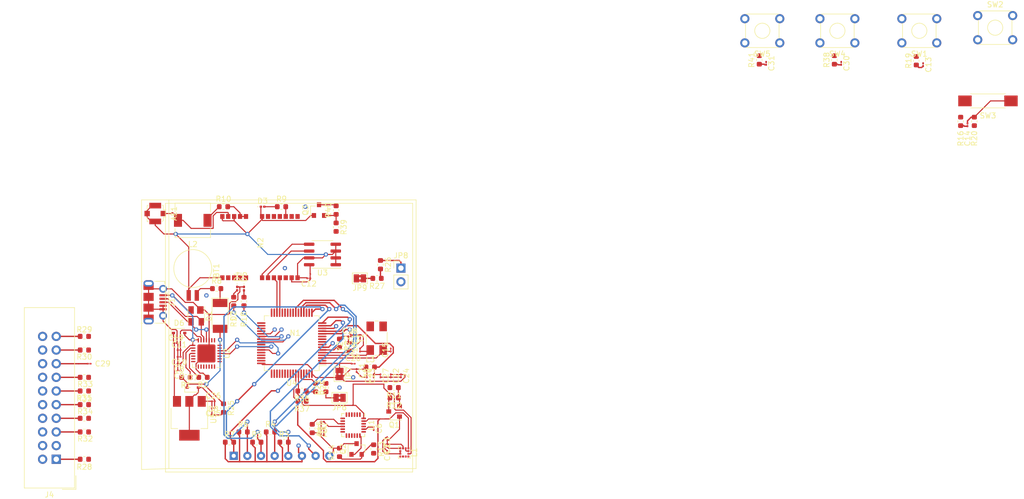
<source format=kicad_pcb>
(kicad_pcb (version 20171130) (host pcbnew 5.1.2-f72e74a~84~ubuntu18.04.1)
  (layers (0 F.Cu signal) (31 B.Cu signal) (34 B.Paste user) (35 F.Paste user) (36 B.SilkS user) (37 F.SilkS user) (38 B.Mask user) (39 F.Mask user) (44 Edge.Cuts user))
  (net 0 "")
  (net 1 GND)
  (net 2 "Net-(AE1-Pad1)")
  (net 3 "Net-(BT1-Pad1)")
  (net 4 +3.3V)
  (net 5 "Net-(C4-Pad1)")
  (net 6 "Net-(C6-Pad1)")
  (net 7 "Net-(C7-Pad1)")
  (net 8 5V_STLINK)
  (net 9 "Net-(C10-Pad1)")
  (net 10 RESET)
  (net 11 "Net-(C14-Pad1)")
  (net 12 WKUP)
  (net 13 "Net-(C15-Pad1)")
  (net 14 "Net-(C16-Pad1)")
  (net 15 "Net-(C17-Pad1)")
  (net 16 "Net-(C18-Pad1)")
  (net 17 +5V)
  (net 18 EXT_VBAT)
  (net 19 "Net-(C21-Pad1)")
  (net 20 TP1)
  (net 21 "Net-(C27-Pad1)")
  (net 22 "Net-(D1-Pad3)")
  (net 23 "Net-(D1-Pad4)")
  (net 24 "Net-(D2-Pad1)")
  (net 25 "Net-(D3-Pad2)")
  (net 26 "Net-(D4-Pad2)")
  (net 27 "Net-(D5-Pad2)")
  (net 28 "Net-(D8-Pad2)")
  (net 29 "Net-(J4-Pad1)")
  (net 30 NJTRST)
  (net 31 JTDI)
  (net 32 JTMS_SWDIO)
  (net 33 JTCK_SWCLK)
  (net 34 "Net-(J4-Pad11)")
  (net 35 JTDO)
  (net 36 "Net-(J4-Pad17)")
  (net 37 "Net-(J4-Pad19)")
  (net 38 "Net-(JP6-Pad2)")
  (net 39 "Net-(JP9-Pad1)")
  (net 40 "Net-(L1-Pad9)")
  (net 41 "Net-(L1-Pad8)")
  (net 42 "Net-(L1-Pad7)")
  (net 43 I2C1SCL)
  (net 44 "Net-(L1-Pad10)")
  (net 45 I2C1SDA)
  (net 46 "Net-(L2-Pad1)")
  (net 47 SPI1RST)
  (net 48 SPI1CE)
  (net 49 LCD1DC)
  (net 50 SPI1MOSI)
  (net 51 SPI1SCK)
  (net 52 LCD1BACKLIGHT)
  (net 53 "Net-(N2-Pad8)")
  (net 54 "Net-(N2-Pad6)")
  (net 55 "Net-(N2-Pad5)")
  (net 56 "Net-(N2-Pad4)")
  (net 57 "Net-(N2-Pad3)")
  (net 58 "Net-(N2-Pad2)")
  (net 59 "Net-(N2-Pad1)")
  (net 60 "Net-(N2-Pad18)")
  (net 61 USART3RX)
  (net 62 "Net-(N2-Pad19)")
  (net 63 "Net-(N2-Pad14)")
  (net 64 "Net-(N2-Pad16)")
  (net 65 "Net-(N2-Pad17)")
  (net 66 "Net-(N2-Pad15)")
  (net 67 USART3TX)
  (net 68 "Net-(R1-Pad1)")
  (net 69 "Net-(R2-Pad2)")
  (net 70 "Net-(R15-Pad1)")
  (net 71 PC9)
  (net 72 PC8)
  (net 73 BOOT0)
  (net 74 "Net-(R26-Pad2)")
  (net 75 "Net-(U1-Pad1)")
  (net 76 "Net-(U1-Pad6)")
  (net 77 "Net-(U1-Pad7)")
  (net 78 "Net-(U1-Pad11)")
  (net 79 "Net-(U1-Pad12)")
  (net 80 "Net-(U2-Pad1)")
  (net 81 "Net-(U2-Pad2)")
  (net 82 "Net-(U2-Pad10)")
  (net 83 "Net-(U2-Pad12)")
  (net 84 "Net-(U2-Pad13)")
  (net 85 "Net-(U2-Pad14)")
  (net 86 "Net-(U2-Pad15)")
  (net 87 "Net-(U2-Pad16)")
  (net 88 "Net-(U2-Pad17)")
  (net 89 "Net-(U2-Pad18)")
  (net 90 "Net-(U2-Pad19)")
  (net 91 "Net-(U2-Pad20)")
  (net 92 "Net-(U2-Pad21)")
  (net 93 "Net-(U2-Pad22)")
  (net 94 "Net-(U2-Pad23)")
  (net 95 "Net-(U2-Pad24)")
  (net 96 USART1TX)
  (net 97 USART1RX)
  (net 98 "Net-(U2-Pad27)")
  (net 99 "Net-(U2-Pad28)")
  (net 100 "Net-(U4-Pad2)")
  (net 101 "Net-(U4-Pad8)")
  (net 102 "Net-(U4-Pad9)")
  (net 103 "Net-(U4-Pad10)")
  (net 104 "Net-(U4-Pad11)")
  (net 105 "Net-(U4-Pad22)")
  (net 106 "Net-(U4-Pad26)")
  (net 107 "Net-(U4-Pad27)")
  (net 108 "Net-(U4-Pad33)")
  (net 109 "Net-(U4-Pad34)")
  (net 110 "Net-(U4-Pad35)")
  (net 111 "Net-(U4-Pad36)")
  (net 112 "Net-(U4-Pad41)")
  (net 113 "Net-(U4-Pad44)")
  (net 114 "Net-(U4-Pad45)")
  (net 115 "Net-(U4-Pad52)")
  (net 116 "Net-(U4-Pad53)")
  (net 117 "Net-(U4-Pad54)")
  (net 118 "Net-(U4-Pad57)")
  (net 119 "Net-(U4-Pad61)")
  (net 120 "Net-(U4-Pad62)")
  (net 121 "Net-(Y1-Pad2)")
  (net 122 "Net-(Y1-Pad3)")
  (net 123 "Net-(R22-Pad2)")
  (net 124 "Net-(AE1-Pad2)")
  (net 125 "Net-(C2-Pad2)")
  (net 126 BTN2)
  (net 127 BTN1)
  (net 128 "Net-(Q1-Pad2)")
  (net 129 "Net-(Q2-Pad1)")
  (net 130 "Net-(Q2-Pad2)")
  (net 131 "Net-(Q3-Pad2)")
  (net 132 MAGNET_PWR_ON)
  (net 133 ACCEL_PWR_ON)
  (net 134 GPS_POWER_ON)
  (module mad_footprints:Nokia5110_blue (layer F.Cu) (at -83.185 68.58)
    (fp_text reference N1 (at 11.43 -22.86) (layer F.SilkS))
    (fp_text value NOKIA5110)
    (pad 1 thru_hole rect (at 0 0) (size 1.524 1.524) (drill 0.762) (layers *.Cu *.Mask) (net 47 SPI1RST))
    (pad 2 thru_hole circle (at 2.54 0) (size 1.524 1.524) (drill 0.762) (layers *.Cu *.Mask) (net 48 SPI1CE))
    (pad 3 thru_hole circle (at 5.08 0) (size 1.524 1.524) (drill 0.762) (layers *.Cu *.Mask) (net 49 LCD1DC))
    (pad 4 thru_hole circle (at 7.62 0) (size 1.524 1.524) (drill 0.762) (layers *.Cu *.Mask) (net 50 SPI1MOSI))
    (pad 5 thru_hole circle (at 10.16 0) (size 1.524 1.524) (drill 0.762) (layers *.Cu *.Mask) (net 51 SPI1SCK))
    (pad 6 thru_hole circle (at 12.7 0) (size 1.524 1.524) (drill 0.762) (layers *.Cu *.Mask) (net 4 +3.3V))
    (pad 7 thru_hole circle (at 15.24 0) (size 1.524 1.524) (drill 0.762) (layers *.Cu *.Mask) (net 52 LCD1BACKLIGHT))
    (pad 8 thru_hole circle (at 17.78 0) (size 1.524 1.524) (drill 0.762) (layers *.Cu *.Mask) (net 1 GND))
  )
  (module Resistor_SMD:R_0603_1608Metric (layer F.Cu) (at -81.4325 64.135)
    (fp_text reference R6 (at 0 -1.43) (layer F.SilkS))
    (fp_text value 2.2kOhm)
    (pad 1 smd roundrect (at -0.7875 0) (size 0.875 0.95) (layers F.Cu F.Paste F.Mask) (net 4 +3.3V))
    (pad 2 smd roundrect (at 0.7875 0) (size 0.875 0.95) (layers F.Cu F.Paste F.Mask) (net 48 SPI1CE))
  )
  (module Resistor_SMD:R_0603_1608Metric (layer F.Cu) (at -73.8125 66.04)
    (fp_text reference R3 (at 0 -1.43) (layer F.SilkS))
    (fp_text value 2.2kOhm)
    (pad 1 smd roundrect (at -0.7875 0) (size 0.875 0.95) (layers F.Cu F.Paste F.Mask) (net 4 +3.3V))
    (pad 2 smd roundrect (at 0.7875 0) (size 0.875 0.95) (layers F.Cu F.Paste F.Mask) (net 51 SPI1SCK))
  )
  (module Resistor_SMD:R_0603_1608Metric (layer F.Cu) (at -83.9725 66.04)
    (fp_text reference R7 (at 0 -1.43) (layer F.SilkS))
    (fp_text value 2.2kOhm)
    (pad 2 smd roundrect (at 0.7875 0) (size 0.875 0.95) (layers F.Cu F.Paste F.Mask) (net 47 SPI1RST))
    (pad 1 smd roundrect (at -0.7875 0) (size 0.875 0.95) (layers F.Cu F.Paste F.Mask) (net 4 +3.3V))
  )
  (module Resistor_SMD:R_0603_1608Metric (layer F.Cu) (at -76.3525 64.135)
    (fp_text reference R4 (at 0 -1.43) (layer F.SilkS))
    (fp_text value 2.2kOhm)
    (pad 1 smd roundrect (at -0.7875 0) (size 0.875 0.95) (layers F.Cu F.Paste F.Mask) (net 4 +3.3V))
    (pad 2 smd roundrect (at 0.7875 0) (size 0.875 0.95) (layers F.Cu F.Paste F.Mask) (net 50 SPI1MOSI))
  )
  (module Resistor_SMD:R_0603_1608Metric (layer F.Cu) (at -78.8925 66.04)
    (fp_text reference R5 (at 0 -1.43) (layer F.SilkS))
    (fp_text value 2.2kOhm)
    (pad 2 smd roundrect (at 0.7875 0) (size 0.875 0.95) (layers F.Cu F.Paste F.Mask) (net 49 LCD1DC))
    (pad 1 smd roundrect (at -0.7875 0) (size 0.875 0.95) (layers F.Cu F.Paste F.Mask) (net 4 +3.3V))
  )
  (module Jumper:SolderJumper-2_P1.3mm_Bridged2Bar_Pad1.0x1.5mm (layer F.Cu) (at -63.5 57.785 180)
    (fp_text reference JP6 (at 0 -1.8) (layer F.SilkS))
    (fp_text value SolderJumper_2_Bridged)
    (fp_poly (pts (xy -0.25 0.2) (xy 0.25 0.2) (xy 0.25 0.6) (xy -0.25 0.6)) (layer F.Cu) (width 0))
    (fp_poly (pts (xy -0.25 -0.6) (xy 0.25 -0.6) (xy 0.25 -0.2) (xy -0.25 -0.2)) (layer F.Cu) (width 0))
    (pad 1 smd rect (at -0.65 0 180) (size 1 1.5) (layers F.Cu F.Mask) (net 1 GND))
    (pad 2 smd rect (at 0.65 0 180) (size 1 1.5) (layers F.Cu F.Mask) (net 38 "Net-(JP6-Pad2)"))
  )
  (module Package_TO_SOT_SMD:SOT-23 (layer F.Cu) (at -60.325 67.31 90)
    (fp_text reference Q2 (at 0 -2.5 90) (layer F.SilkS))
    (fp_text value BC547)
    (pad 3 smd rect (at 1 0 90) (size 0.9 0.8) (layers F.Cu F.Paste F.Mask) (net 1 GND))
    (pad 2 smd rect (at -1 0.95 90) (size 0.9 0.8) (layers F.Cu F.Paste F.Mask) (net 130 "Net-(Q2-Pad2)"))
    (pad 1 smd rect (at -1 -0.95 90) (size 0.9 0.8) (layers F.Cu F.Paste F.Mask) (net 129 "Net-(Q2-Pad1)"))
  )
  (module mad_footprints:NEO6-M (layer F.Cu) (at -78.105 29.845 90)
    (fp_text reference N2 (at 0.9 -0.1 90) (layer F.SilkS))
    (fp_text value NEO-6M)
    (pad 12 smd rect (at 5.8 -7.2 90) (size 0.9 0.8) (layers F.Cu F.Paste F.Mask) (net 124 "Net-(AE1-Pad2)"))
    (pad 11 smd rect (at 5.8 -6.1 90) (size 0.9 0.8) (layers F.Cu F.Paste F.Mask) (net 2 "Net-(AE1-Pad1)"))
    (pad 10 smd rect (at 5.8 -5 90) (size 0.9 0.8) (layers F.Cu F.Paste F.Mask) (net 124 "Net-(AE1-Pad2)"))
    (pad 9 smd rect (at 5.8 -3.9 90) (size 0.9 0.8) (layers F.Cu F.Paste F.Mask) (net 53 "Net-(N2-Pad8)"))
    (pad 8 smd rect (at 5.8 -2.8 90) (size 0.9 0.8) (layers F.Cu F.Paste F.Mask) (net 53 "Net-(N2-Pad8)"))
    (pad 7 smd rect (at 5.8 0.2 90) (size 0.9 0.8) (layers F.Cu F.Paste F.Mask) (net 124 "Net-(AE1-Pad2)"))
    (pad 6 smd rect (at 5.8 1.3 90) (size 0.9 0.8) (layers F.Cu F.Paste F.Mask) (net 54 "Net-(N2-Pad6)"))
    (pad 5 smd rect (at 5.8 2.4 90) (size 0.9 0.8) (layers F.Cu F.Paste F.Mask) (net 55 "Net-(N2-Pad5)"))
    (pad 4 smd rect (at 5.8 3.5 90) (size 0.9 0.8) (layers F.Cu F.Paste F.Mask) (net 56 "Net-(N2-Pad4)"))
    (pad 3 smd rect (at 5.8 4.6 90) (size 0.9 0.8) (layers F.Cu F.Paste F.Mask) (net 57 "Net-(N2-Pad3)"))
    (pad 2 smd rect (at 5.8 5.7 90) (size 0.9 0.8) (layers F.Cu F.Paste F.Mask) (net 58 "Net-(N2-Pad2)"))
    (pad 1 smd rect (at 5.8 6.8 90) (size 0.9 0.8) (layers F.Cu F.Paste F.Mask) (net 59 "Net-(N2-Pad1)"))
    (pad 18 smd rect (at -5.6 0.2 90) (size 0.9 0.8) (layers F.Cu F.Paste F.Mask) (net 60 "Net-(N2-Pad18)"))
    (pad 24 smd rect (at -5.6 6.8 90) (size 0.9 0.8) (layers F.Cu F.Paste F.Mask) (net 124 "Net-(AE1-Pad2)"))
    (pad 20 smd rect (at -5.6 2.4 90) (size 0.9 0.8) (layers F.Cu F.Paste F.Mask) (net 61 USART3RX))
    (pad 19 smd rect (at -5.6 1.3 90) (size 0.9 0.8) (layers F.Cu F.Paste F.Mask) (net 62 "Net-(N2-Pad19)"))
    (pad 14 smd rect (at -5.6 -6.1 90) (size 0.9 0.8) (layers F.Cu F.Paste F.Mask) (net 63 "Net-(N2-Pad14)"))
    (pad 13 smd rect (at -5.6 -7.2 90) (size 0.9 0.8) (layers F.Cu F.Paste F.Mask) (net 124 "Net-(AE1-Pad2)"))
    (pad 16 smd rect (at -5.6 -3.9 90) (size 0.9 0.8) (layers F.Cu F.Paste F.Mask) (net 64 "Net-(N2-Pad16)"))
    (pad 23 smd rect (at -5.6 5.7 90) (size 0.9 0.8) (layers F.Cu F.Paste F.Mask) (net 4 +3.3V))
    (pad 17 smd rect (at -5.6 -2.8 90) (size 0.9 0.8) (layers F.Cu F.Paste F.Mask) (net 65 "Net-(N2-Pad17)"))
    (pad 15 smd rect (at -5.6 -5 90) (size 0.9 0.8) (layers F.Cu F.Paste F.Mask) (net 66 "Net-(N2-Pad15)"))
    (pad 22 smd rect (at -5.6 4.6 90) (size 0.9 0.8) (layers F.Cu F.Paste F.Mask) (net 3 "Net-(BT1-Pad1)"))
    (pad 21 smd rect (at -5.6 3.5 90) (size 0.9 0.8) (layers F.Cu F.Paste F.Mask) (net 67 USART3TX))
  )
  (module Inductor_SMD:L_6.3x6.3_H3 (layer F.Cu) (at -90.805 24.765 180)
    (fp_text reference L2 (at 0 -4.45) (layer F.SilkS))
    (fp_text value 27uH)
    (pad 1 smd rect (at -2.75 0 180) (size 1.5 2.4) (layers F.Cu F.Paste F.Mask) (net 46 "Net-(L2-Pad1)"))
    (pad 2 smd rect (at 2.75 0 180) (size 1.5 2.4) (layers F.Cu F.Paste F.Mask) (net 2 "Net-(AE1-Pad1)"))
  )
  (module Battery:BatteryHolder_Seiko_MS621F (layer F.Cu) (at -90.805 38.735 270)
    (fp_text reference BT1 (at -4.6 -4.4 90) (layer F.SilkS))
    (fp_text value 1.25V)
    (pad 1 smd rect (at 0 -0.75 270) (size 2 0.8) (layers F.Cu F.Paste F.Mask) (net 3 "Net-(BT1-Pad1)"))
    (pad 2 smd rect (at 0 0.75 270) (size 2 0.8) (layers F.Cu F.Paste F.Mask) (net 124 "Net-(AE1-Pad2)"))
  )
  (module Connector_Coaxial:U.FL_Molex_MCRF_73412-0110_Vertical (layer F.Cu) (at -97.79 23.495 90)
    (fp_text reference AE1 (at 0 3.5 90) (layer F.SilkS))
    (fp_text value Antenna_Shield)
    (pad 2 smd rect (at -1.475 0 90) (size 1.05 2.2) (layers F.Cu F.Paste F.Mask) (net 124 "Net-(AE1-Pad2)"))
    (pad 2 smd rect (at 1.475 0 90) (size 1.05 2.2) (layers F.Cu F.Paste F.Mask) (net 124 "Net-(AE1-Pad2)"))
    (pad 2 smd rect (at 0 -1.5 90) (size 1 1) (layers F.Cu F.Paste F.Mask) (net 124 "Net-(AE1-Pad2)"))
    (pad 1 smd rect (at 0 1.5 90) (size 1 1) (layers F.Cu F.Paste F.Mask) (net 2 "Net-(AE1-Pad1)"))
  )
  (module Package_SO:SOIC-8_3.9x4.9mm_P1.27mm (layer F.Cu) (at -66.675 31.115 180)
    (fp_text reference U3 (at 0 -3.4) (layer F.SilkS))
    (fp_text value 24AA32A)
    (pad 1 smd roundrect (at -2.475 -1.905 180) (size 1.95 0.6) (layers F.Cu F.Paste F.Mask) (net 124 "Net-(AE1-Pad2)"))
    (pad 2 smd roundrect (at -2.475 -0.635 180) (size 1.95 0.6) (layers F.Cu F.Paste F.Mask) (net 124 "Net-(AE1-Pad2)"))
    (pad 3 smd roundrect (at -2.475 0.635 180) (size 1.95 0.6) (layers F.Cu F.Paste F.Mask) (net 124 "Net-(AE1-Pad2)"))
    (pad 4 smd roundrect (at -2.475 1.905 180) (size 1.95 0.6) (layers F.Cu F.Paste F.Mask) (net 124 "Net-(AE1-Pad2)"))
    (pad 5 smd roundrect (at 2.475 1.905 180) (size 1.95 0.6) (layers F.Cu F.Paste F.Mask) (net 60 "Net-(N2-Pad18)"))
    (pad 6 smd roundrect (at 2.475 0.635 180) (size 1.95 0.6) (layers F.Cu F.Paste F.Mask) (net 62 "Net-(N2-Pad19)"))
    (pad 7 smd roundrect (at 2.475 -0.635 180) (size 1.95 0.6) (layers F.Cu F.Paste F.Mask) (net 124 "Net-(AE1-Pad2)"))
    (pad 8 smd roundrect (at 2.475 -1.905 180) (size 1.95 0.6) (layers F.Cu F.Paste F.Mask) (net 4 +3.3V))
  )
  (module Package_TO_SOT_SMD:SOT-143 (layer F.Cu) (at -90.17 42.545 270)
    (fp_text reference D1 (at 0.02 -2.38 90) (layer F.SilkS))
    (fp_text value SP0503BAHT)
    (pad 1 smd rect (at -1.1 -0.77 180) (size 1.2 1.4) (layers F.Cu F.Paste F.Mask) (net 1 GND))
    (pad 2 smd rect (at -1.1 0.95 180) (size 1 1.4) (layers F.Cu F.Paste F.Mask) (net 8 5V_STLINK))
    (pad 3 smd rect (at 1.1 0.95 180) (size 1 1.4) (layers F.Cu F.Paste F.Mask) (net 22 "Net-(D1-Pad3)"))
    (pad 4 smd rect (at 1.1 -0.95 180) (size 1 1.4) (layers F.Cu F.Paste F.Mask) (net 23 "Net-(D1-Pad4)"))
  )
  (module Connector_USB:USB_Micro-B_Molex-105017-0001 (layer F.Cu) (at -97.79 40.005 270)
    (fp_text reference J1 (at 0 -3.1125 90) (layer F.SilkS))
    (fp_text value USB_B_Micro)
    (pad 6 smd rect (at 1 1.2375 270) (size 1.5 1.9) (layers F.Cu F.Paste F.Mask) (net 1 GND))
    (pad 6 thru_hole circle (at -2.5 -1.4625 270) (size 1.45 1.45) (drill 0.85) (layers *.Cu *.Mask) (net 1 GND))
    (pad 2 smd rect (at -0.65 -1.4625 270) (size 0.4 1.35) (layers F.Cu F.Paste F.Mask) (net 23 "Net-(D1-Pad4)"))
    (pad 1 smd rect (at -1.3 -1.4625 270) (size 0.4 1.35) (layers F.Cu F.Paste F.Mask) (net 8 5V_STLINK))
    (pad 5 smd rect (at 1.3 -1.4625 270) (size 0.4 1.35) (layers F.Cu F.Paste F.Mask) (net 1 GND))
    (pad 4 smd rect (at 0.65 -1.4625 270) (size 0.4 1.35) (layers F.Cu F.Paste F.Mask) (net 1 GND))
    (pad 3 smd rect (at 0 -1.4625 270) (size 0.4 1.35) (layers F.Cu F.Paste F.Mask) (net 22 "Net-(D1-Pad3)"))
    (pad 6 thru_hole circle (at 2.5 -1.4625 270) (size 1.45 1.45) (drill 0.85) (layers *.Cu *.Mask) (net 1 GND))
    (pad 6 smd rect (at -1 1.2375 270) (size 1.5 1.9) (layers F.Cu F.Paste F.Mask) (net 1 GND))
    (pad 6 thru_hole oval (at -3.5 1.2375 90) (size 1.2 1.9) (drill oval 0.6 1.3) (layers *.Cu *.Mask) (net 1 GND))
    (pad 6 thru_hole oval (at 3.5 1.2375 270) (size 1.2 1.9) (drill oval 0.6 1.3) (layers *.Cu *.Mask) (net 1 GND))
    (pad 6 smd rect (at 2.9 1.2375 270) (size 1.2 1.9) (layers F.Cu F.Mask) (net 1 GND))
    (pad 6 smd rect (at -2.9 1.2375 270) (size 1.2 1.9) (layers F.Cu F.Mask) (net 1 GND))
  )
  (module Capacitor_SMD:C_01005_0402Metric (layer F.Cu) (at -93.345 52.705 180)
    (fp_text reference C9 (at 0 -1) (layer F.SilkS))
    (fp_text value 0.1uF)
    (pad 1 smd roundrect (at -0.25 0 180) (size 0.4 0.3) (layers F.Cu F.Mask) (net 8 5V_STLINK))
    (pad 2 smd roundrect (at 0.25 0 180) (size 0.4 0.3) (layers F.Cu F.Mask) (net 1 GND))
  )
  (module Capacitor_SMD:C_01005_0402Metric (layer F.Cu) (at -93.345 51.435 180)
    (fp_text reference C8 (at 0 -1) (layer F.SilkS))
    (fp_text value 1uF)
    (pad 2 smd roundrect (at 0.25 0 180) (size 0.4 0.3) (layers F.Cu F.Mask) (net 1 GND))
    (pad 1 smd roundrect (at -0.25 0 180) (size 0.4 0.3) (layers F.Cu F.Mask) (net 8 5V_STLINK))
  )
  (module Resistor_SMD:R_0603_1608Metric (layer F.Cu) (at -85.09 59.69 270)
    (fp_text reference R25 (at 0 -1.43 90) (layer F.SilkS))
    (fp_text value 1kOhm)
    (pad 1 smd roundrect (at -0.7875 0 270) (size 0.875 0.95) (layers F.Cu F.Paste F.Mask) (net 4 +3.3V))
    (pad 2 smd roundrect (at 0.7875 0 270) (size 0.875 0.95) (layers F.Cu F.Paste F.Mask) (net 28 "Net-(D8-Pad2)"))
  )
  (module LED_SMD:LED_0201_0603Metric (layer F.Cu) (at -86.995 60.96)
    (fp_text reference D8 (at 0 -1.05) (layer F.SilkS))
    (fp_text value red)
    (pad 2 smd roundrect (at 0.32 0) (size 0.46 0.4) (layers F.Cu F.Mask) (net 28 "Net-(D8-Pad2)"))
    (pad 1 smd roundrect (at -0.32 0) (size 0.46 0.4) (layers F.Cu F.Mask) (net 1 GND))
  )
  (module Capacitor_SMD:C_01005_0402Metric (layer F.Cu) (at -66.675 64.77)
    (fp_text reference C5 (at 0 -1) (layer F.SilkS))
    (fp_text value 0.1uF)
    (pad 2 smd roundrect (at 0.25 0) (size 0.4 0.3) (layers F.Cu F.Mask) (net 4 +3.3V))
    (pad 1 smd roundrect (at -0.25 0) (size 0.4 0.3) (layers F.Cu F.Mask) (net 1 GND))
  )
  (module Crystal:Crystal_SMD_0603-4Pin_6.0x3.5mm (layer F.Cu) (at -56.585 46.695 90)
    (fp_text reference Y1 (at 0 -2.95 90) (layer F.SilkS))
    (fp_text value "MC306-G-06Q-32.768 (JFVNY)")
    (pad 1 smd rect (at -2.2 1.2 90) (size 1.8 1.4) (layers F.Cu F.Paste F.Mask) (net 13 "Net-(C15-Pad1)"))
    (pad 2 smd rect (at 2.2 1.2 90) (size 1.8 1.4) (layers F.Cu F.Paste F.Mask) (net 121 "Net-(Y1-Pad2)"))
    (pad 3 smd rect (at 2.2 -1.2 90) (size 1.8 1.4) (layers F.Cu F.Paste F.Mask) (net 122 "Net-(Y1-Pad3)"))
    (pad 4 smd rect (at -2.2 -1.2 90) (size 1.8 1.4) (layers F.Cu F.Paste F.Mask) (net 14 "Net-(C16-Pad1)"))
  )
  (module Connector_PinHeader_2.54mm:PinHeader_1x02_P2.54mm_Vertical (layer F.Cu) (at -52.07 33.655)
    (fp_text reference JP8 (at 0 -2.33) (layer F.SilkS))
    (fp_text value Jumper)
    (pad 2 thru_hole oval (at 0 2.54) (size 1.7 1.7) (drill 1) (layers *.Cu *.Mask) (net 19 "Net-(C21-Pad1)"))
    (pad 1 thru_hole rect (at 0 0) (size 1.7 1.7) (drill 1) (layers *.Cu *.Mask) (net 4 +3.3V))
  )
  (module Package_QFP:LQFP-64_10x10mm_P0.5mm (layer F.Cu) (at -72.39 47.625 180)
    (fp_text reference U4 (at 0 -7.4) (layer F.SilkS))
    (fp_text value STM32F100RBTx)
    (pad 1 smd roundrect (at -5.675 -3.75 180) (size 1.55 0.3) (layers F.Cu F.Paste F.Mask) (net 18 EXT_VBAT))
    (pad 2 smd roundrect (at -5.675 -3.25 180) (size 1.55 0.3) (layers F.Cu F.Paste F.Mask) (net 100 "Net-(U4-Pad2)"))
    (pad 3 smd roundrect (at -5.675 -2.75 180) (size 1.55 0.3) (layers F.Cu F.Paste F.Mask) (net 13 "Net-(C15-Pad1)"))
    (pad 4 smd roundrect (at -5.675 -2.25 180) (size 1.55 0.3) (layers F.Cu F.Paste F.Mask) (net 14 "Net-(C16-Pad1)"))
    (pad 5 smd roundrect (at -5.675 -1.75 180) (size 1.55 0.3) (layers F.Cu F.Paste F.Mask) (net 15 "Net-(C17-Pad1)"))
    (pad 6 smd roundrect (at -5.675 -1.25 180) (size 1.55 0.3) (layers F.Cu F.Paste F.Mask) (net 123 "Net-(R22-Pad2)"))
    (pad 7 smd roundrect (at -5.675 -0.75 180) (size 1.55 0.3) (layers F.Cu F.Paste F.Mask) (net 10 RESET))
    (pad 8 smd roundrect (at -5.675 -0.25 180) (size 1.55 0.3) (layers F.Cu F.Paste F.Mask) (net 101 "Net-(U4-Pad8)"))
    (pad 9 smd roundrect (at -5.675 0.25 180) (size 1.55 0.3) (layers F.Cu F.Paste F.Mask) (net 102 "Net-(U4-Pad9)"))
    (pad 10 smd roundrect (at -5.675 0.75 180) (size 1.55 0.3) (layers F.Cu F.Paste F.Mask) (net 103 "Net-(U4-Pad10)"))
    (pad 11 smd roundrect (at -5.675 1.25 180) (size 1.55 0.3) (layers F.Cu F.Paste F.Mask) (net 104 "Net-(U4-Pad11)"))
    (pad 12 smd roundrect (at -5.675 1.75 180) (size 1.55 0.3) (layers F.Cu F.Paste F.Mask) (net 1 GND))
    (pad 13 smd roundrect (at -5.675 2.25 180) (size 1.55 0.3) (layers F.Cu F.Paste F.Mask) (net 21 "Net-(C27-Pad1)"))
    (pad 14 smd roundrect (at -5.675 2.75 180) (size 1.55 0.3) (layers F.Cu F.Paste F.Mask) (net 12 WKUP))
    (pad 15 smd roundrect (at -5.675 3.25 180) (size 1.55 0.3) (layers F.Cu F.Paste F.Mask) (net 47 SPI1RST))
    (pad 16 smd roundrect (at -5.675 3.75 180) (size 1.55 0.3) (layers F.Cu F.Paste F.Mask) (net 52 LCD1BACKLIGHT))
    (pad 17 smd roundrect (at -3.75 5.675 180) (size 0.3 1.55) (layers F.Cu F.Paste F.Mask) (net 49 LCD1DC))
    (pad 18 smd roundrect (at -3.25 5.675 180) (size 0.3 1.55) (layers F.Cu F.Paste F.Mask) (net 1 GND))
    (pad 19 smd roundrect (at -2.75 5.675 180) (size 0.3 1.55) (layers F.Cu F.Paste F.Mask) (net 19 "Net-(C21-Pad1)"))
    (pad 20 smd roundrect (at -2.25 5.675 180) (size 0.3 1.55) (layers F.Cu F.Paste F.Mask) (net 48 SPI1CE))
    (pad 21 smd roundrect (at -1.75 5.675 180) (size 0.3 1.55) (layers F.Cu F.Paste F.Mask) (net 51 SPI1SCK))
    (pad 22 smd roundrect (at -1.25 5.675 180) (size 0.3 1.55) (layers F.Cu F.Paste F.Mask) (net 105 "Net-(U4-Pad22)"))
    (pad 23 smd roundrect (at -0.75 5.675 180) (size 0.3 1.55) (layers F.Cu F.Paste F.Mask) (net 50 SPI1MOSI))
    (pad 24 smd roundrect (at -0.25 5.675 180) (size 0.3 1.55) (layers F.Cu F.Paste F.Mask) (net 132 MAGNET_PWR_ON))
    (pad 25 smd roundrect (at 0.25 5.675 180) (size 0.3 1.55) (layers F.Cu F.Paste F.Mask) (net 133 ACCEL_PWR_ON))
    (pad 26 smd roundrect (at 0.75 5.675 180) (size 0.3 1.55) (layers F.Cu F.Paste F.Mask) (net 106 "Net-(U4-Pad26)"))
    (pad 27 smd roundrect (at 1.25 5.675 180) (size 0.3 1.55) (layers F.Cu F.Paste F.Mask) (net 107 "Net-(U4-Pad27)"))
    (pad 28 smd roundrect (at 1.75 5.675 180) (size 0.3 1.55) (layers F.Cu F.Paste F.Mask) (net 74 "Net-(R26-Pad2)"))
    (pad 29 smd roundrect (at 2.25 5.675 180) (size 0.3 1.55) (layers F.Cu F.Paste F.Mask) (net 67 USART3TX))
    (pad 30 smd roundrect (at 2.75 5.675 180) (size 0.3 1.55) (layers F.Cu F.Paste F.Mask) (net 61 USART3RX))
    (pad 31 smd roundrect (at 3.25 5.675 180) (size 0.3 1.55) (layers F.Cu F.Paste F.Mask) (net 1 GND))
    (pad 32 smd roundrect (at 3.75 5.675 180) (size 0.3 1.55) (layers F.Cu F.Paste F.Mask) (net 19 "Net-(C21-Pad1)"))
    (pad 33 smd roundrect (at 5.675 3.75 180) (size 1.55 0.3) (layers F.Cu F.Paste F.Mask) (net 108 "Net-(U4-Pad33)"))
    (pad 34 smd roundrect (at 5.675 3.25 180) (size 1.55 0.3) (layers F.Cu F.Paste F.Mask) (net 109 "Net-(U4-Pad34)"))
    (pad 35 smd roundrect (at 5.675 2.75 180) (size 1.55 0.3) (layers F.Cu F.Paste F.Mask) (net 110 "Net-(U4-Pad35)"))
    (pad 36 smd roundrect (at 5.675 2.25 180) (size 1.55 0.3) (layers F.Cu F.Paste F.Mask) (net 111 "Net-(U4-Pad36)"))
    (pad 37 smd roundrect (at 5.675 1.75 180) (size 1.55 0.3) (layers F.Cu F.Paste F.Mask) (net 127 BTN1))
    (pad 38 smd roundrect (at 5.675 1.25 180) (size 1.55 0.3) (layers F.Cu F.Paste F.Mask) (net 126 BTN2))
    (pad 39 smd roundrect (at 5.675 0.75 180) (size 1.55 0.3) (layers F.Cu F.Paste F.Mask) (net 72 PC8))
    (pad 40 smd roundrect (at 5.675 0.25 180) (size 1.55 0.3) (layers F.Cu F.Paste F.Mask) (net 71 PC9))
    (pad 41 smd roundrect (at 5.675 -0.25 180) (size 1.55 0.3) (layers F.Cu F.Paste F.Mask) (net 112 "Net-(U4-Pad41)"))
    (pad 42 smd roundrect (at 5.675 -0.75 180) (size 1.55 0.3) (layers F.Cu F.Paste F.Mask) (net 96 USART1TX))
    (pad 43 smd roundrect (at 5.675 -1.25 180) (size 1.55 0.3) (layers F.Cu F.Paste F.Mask) (net 97 USART1RX))
    (pad 44 smd roundrect (at 5.675 -1.75 180) (size 1.55 0.3) (layers F.Cu F.Paste F.Mask) (net 113 "Net-(U4-Pad44)"))
    (pad 45 smd roundrect (at 5.675 -2.25 180) (size 1.55 0.3) (layers F.Cu F.Paste F.Mask) (net 114 "Net-(U4-Pad45)"))
    (pad 46 smd roundrect (at 5.675 -2.75 180) (size 1.55 0.3) (layers F.Cu F.Paste F.Mask) (net 32 JTMS_SWDIO))
    (pad 47 smd roundrect (at 5.675 -3.25 180) (size 1.55 0.3) (layers F.Cu F.Paste F.Mask) (net 1 GND))
    (pad 48 smd roundrect (at 5.675 -3.75 180) (size 1.55 0.3) (layers F.Cu F.Paste F.Mask) (net 19 "Net-(C21-Pad1)"))
    (pad 49 smd roundrect (at 3.75 -5.675 180) (size 0.3 1.55) (layers F.Cu F.Paste F.Mask) (net 33 JTCK_SWCLK))
    (pad 50 smd roundrect (at 3.25 -5.675 180) (size 0.3 1.55) (layers F.Cu F.Paste F.Mask) (net 31 JTDI))
    (pad 51 smd roundrect (at 2.75 -5.675 180) (size 0.3 1.55) (layers F.Cu F.Paste F.Mask) (net 134 GPS_POWER_ON))
    (pad 52 smd roundrect (at 2.25 -5.675 180) (size 0.3 1.55) (layers F.Cu F.Paste F.Mask) (net 115 "Net-(U4-Pad52)"))
    (pad 53 smd roundrect (at 1.75 -5.675 180) (size 0.3 1.55) (layers F.Cu F.Paste F.Mask) (net 116 "Net-(U4-Pad53)"))
    (pad 54 smd roundrect (at 1.25 -5.675 180) (size 0.3 1.55) (layers F.Cu F.Paste F.Mask) (net 117 "Net-(U4-Pad54)"))
    (pad 55 smd roundrect (at 0.75 -5.675 180) (size 0.3 1.55) (layers F.Cu F.Paste F.Mask) (net 35 JTDO))
    (pad 56 smd roundrect (at 0.25 -5.675 180) (size 0.3 1.55) (layers F.Cu F.Paste F.Mask) (net 30 NJTRST))
    (pad 57 smd roundrect (at -0.25 -5.675 180) (size 0.3 1.55) (layers F.Cu F.Paste F.Mask) (net 118 "Net-(U4-Pad57)"))
    (pad 58 smd roundrect (at -0.75 -5.675 180) (size 0.3 1.55) (layers F.Cu F.Paste F.Mask) (net 43 I2C1SCL))
    (pad 59 smd roundrect (at -1.25 -5.675 180) (size 0.3 1.55) (layers F.Cu F.Paste F.Mask) (net 45 I2C1SDA))
    (pad 60 smd roundrect (at -1.75 -5.675 180) (size 0.3 1.55) (layers F.Cu F.Paste F.Mask) (net 73 BOOT0))
    (pad 61 smd roundrect (at -2.25 -5.675 180) (size 0.3 1.55) (layers F.Cu F.Paste F.Mask) (net 119 "Net-(U4-Pad61)"))
    (pad 62 smd roundrect (at -2.75 -5.675 180) (size 0.3 1.55) (layers F.Cu F.Paste F.Mask) (net 120 "Net-(U4-Pad62)"))
    (pad 63 smd roundrect (at -3.25 -5.675 180) (size 0.3 1.55) (layers F.Cu F.Paste F.Mask) (net 1 GND))
    (pad 64 smd roundrect (at -3.75 -5.675 180) (size 0.3 1.55) (layers F.Cu F.Paste F.Mask) (net 19 "Net-(C21-Pad1)"))
  )
  (module Capacitor_SMD:C_01005_0402Metric (layer F.Cu) (at -66.675 63.5 180)
    (fp_text reference C1 (at 0 -1) (layer F.SilkS))
    (fp_text value 10nF)
    (pad 1 smd roundrect (at -0.25 0 180) (size 0.4 0.3) (layers F.Cu F.Mask) (net 4 +3.3V))
    (pad 2 smd roundrect (at 0.25 0 180) (size 0.4 0.3) (layers F.Cu F.Mask) (net 1 GND))
  )
  (module Capacitor_SMD:C_01005_0402Metric (layer F.Cu) (at -54.61 65.405 270)
    (fp_text reference C2 (at 1.905 0 90) (layer F.SilkS))
    (fp_text value 1uF)
    (pad 1 smd roundrect (at -0.25 0 270) (size 0.4 0.3) (layers F.Cu F.Mask) (net 4 +3.3V))
    (pad 2 smd roundrect (at 0.25 0 270) (size 0.4 0.3) (layers F.Cu F.Mask) (net 125 "Net-(C2-Pad2)"))
  )
  (module Capacitor_SMD:C_01005_0402Metric (layer F.Cu) (at -54.61 67.945 90)
    (fp_text reference C3 (at 1.905 0 90) (layer F.SilkS))
    (fp_text value 100nF)
    (pad 1 smd roundrect (at -0.25 0 90) (size 0.4 0.3) (layers F.Cu F.Mask) (net 4 +3.3V))
    (pad 2 smd roundrect (at 0.25 0 90) (size 0.4 0.3) (layers F.Cu F.Mask) (net 125 "Net-(C2-Pad2)"))
  )
  (module Capacitor_SMD:C_01005_0402Metric (layer F.Cu) (at -54.61 66.675 90)
    (fp_text reference C4 (at -1.905 0 90) (layer F.SilkS))
    (fp_text value 100nF)
    (pad 2 smd roundrect (at 0.25 0 90) (size 0.4 0.3) (layers F.Cu F.Mask) (net 125 "Net-(C2-Pad2)"))
    (pad 1 smd roundrect (at -0.25 0 90) (size 0.4 0.3) (layers F.Cu F.Mask) (net 5 "Net-(C4-Pad1)"))
  )
  (module Capacitor_SMD:C_01005_0402Metric (layer F.Cu) (at -57.15 63.5 270)
    (fp_text reference C6 (at 0 -1 90) (layer F.SilkS))
    (fp_text value 2.2nF)
    (pad 1 smd roundrect (at -0.25 0 270) (size 0.4 0.3) (layers F.Cu F.Mask) (net 6 "Net-(C6-Pad1)"))
    (pad 2 smd roundrect (at 0.25 0 270) (size 0.4 0.3) (layers F.Cu F.Mask) (net 1 GND))
  )
  (module Capacitor_SMD:C_01005_0402Metric (layer F.Cu) (at -66.675 62.23 180)
    (fp_text reference C7 (at 0 -1) (layer F.SilkS))
    (fp_text value 0.1uF)
    (pad 2 smd roundrect (at 0.25 0 180) (size 0.4 0.3) (layers F.Cu F.Mask) (net 1 GND))
    (pad 1 smd roundrect (at -0.25 0 180) (size 0.4 0.3) (layers F.Cu F.Mask) (net 7 "Net-(C7-Pad1)"))
  )
  (module Capacitor_SMD:C_01005_0402Metric (layer F.Cu) (at -93.345 50.165 180)
    (fp_text reference C10 (at 0 -1) (layer F.SilkS))
    (fp_text value 4.7uF)
    (pad 1 smd roundrect (at -0.25 0 180) (size 0.4 0.3) (layers F.Cu F.Mask) (net 9 "Net-(C10-Pad1)"))
    (pad 2 smd roundrect (at 0.25 0 180) (size 0.4 0.3) (layers F.Cu F.Mask) (net 1 GND))
  )
  (module Capacitor_SMD:C_01005_0402Metric (layer F.Cu) (at -93.345 48.895)
    (fp_text reference C11 (at 0 -1) (layer F.SilkS))
    (fp_text value 0.1uF)
    (pad 2 smd roundrect (at 0.25 0) (size 0.4 0.3) (layers F.Cu F.Mask) (net 9 "Net-(C10-Pad1)"))
    (pad 1 smd roundrect (at -0.25 0) (size 0.4 0.3) (layers F.Cu F.Mask) (net 1 GND))
  )
  (module Capacitor_SMD:C_01005_0402Metric (layer F.Cu) (at -69.215 35.56 180)
    (fp_text reference C12 (at 0 -1) (layer F.SilkS))
    (fp_text value 0.1uF)
    (pad 2 smd roundrect (at 0.25 0 180) (size 0.4 0.3) (layers F.Cu F.Mask) (net 124 "Net-(AE1-Pad2)"))
    (pad 1 smd roundrect (at -0.25 0 180) (size 0.4 0.3) (layers F.Cu F.Mask) (net 4 +3.3V))
  )
  (module Capacitor_SMD:C_01005_0402Metric (layer F.Cu) (at 45.085 -4.195 270)
    (fp_text reference C13 (at 0 -1 90) (layer F.SilkS))
    (fp_text value 100nF)
    (pad 2 smd roundrect (at 0.25 0 270) (size 0.4 0.3) (layers F.Cu F.Mask) (net 10 RESET))
    (pad 1 smd roundrect (at -0.25 0 270) (size 0.4 0.3) (layers F.Cu F.Mask) (net 1 GND))
  )
  (module Capacitor_SMD:C_01005_0402Metric (layer F.Cu) (at 53.34 6.985 90)
    (fp_text reference C14 (at -2.54 0 90) (layer F.SilkS))
    (fp_text value 100nF)
    (pad 1 smd roundrect (at -0.25 0 90) (size 0.4 0.3) (layers F.Cu F.Mask) (net 11 "Net-(C14-Pad1)"))
    (pad 2 smd roundrect (at 0.25 0 90) (size 0.4 0.3) (layers F.Cu F.Mask) (net 12 WKUP))
  )
  (module Capacitor_SMD:C_01005_0402Metric (layer F.Cu) (at -53.975 48.895 90)
    (fp_text reference C15 (at 0 -1 90) (layer F.SilkS))
    (fp_text value 6.8pF)
    (pad 2 smd roundrect (at 0.25 0 90) (size 0.4 0.3) (layers F.Cu F.Mask) (net 1 GND))
    (pad 1 smd roundrect (at -0.25 0 90) (size 0.4 0.3) (layers F.Cu F.Mask) (net 13 "Net-(C15-Pad1)"))
  )
  (module Capacitor_SMD:C_01005_0402Metric (layer F.Cu) (at -59.69 48.895 90)
    (fp_text reference C16 (at 0 -1 90) (layer F.SilkS))
    (fp_text value 6.8pF)
    (pad 1 smd roundrect (at -0.25 0 90) (size 0.4 0.3) (layers F.Cu F.Mask) (net 14 "Net-(C16-Pad1)"))
    (pad 2 smd roundrect (at 0.25 0 90) (size 0.4 0.3) (layers F.Cu F.Mask) (net 1 GND))
  )
  (module Capacitor_SMD:C_01005_0402Metric (layer F.Cu) (at -59.69 46.355 90)
    (fp_text reference C17 (at 0 -1 90) (layer F.SilkS))
    (fp_text value 20pF)
    (pad 1 smd roundrect (at -0.25 0 90) (size 0.4 0.3) (layers F.Cu F.Mask) (net 15 "Net-(C17-Pad1)"))
    (pad 2 smd roundrect (at 0.25 0 90) (size 0.4 0.3) (layers F.Cu F.Mask) (net 1 GND))
  )
  (module Capacitor_SMD:C_01005_0402Metric (layer F.Cu) (at -61.595 46.355)
    (fp_text reference C18 (at 0 -1) (layer F.SilkS))
    (fp_text value 20pF)
    (pad 2 smd roundrect (at 0.25 0) (size 0.4 0.3) (layers F.Cu F.Mask) (net 1 GND))
    (pad 1 smd roundrect (at -0.25 0) (size 0.4 0.3) (layers F.Cu F.Mask) (net 16 "Net-(C18-Pad1)"))
  )
  (module Capacitor_SMD:C_01005_0402Metric (layer F.Cu) (at -93.98 47.625)
    (fp_text reference C19 (at 0 -1) (layer F.SilkS))
    (fp_text value 10uF)
    (pad 2 smd roundrect (at 0.25 0) (size 0.4 0.3) (layers F.Cu F.Mask) (net 1 GND))
    (pad 1 smd roundrect (at -0.25 0) (size 0.4 0.3) (layers F.Cu F.Mask) (net 17 +5V))
  )
  (module Capacitor_SMD:C_01005_0402Metric (layer F.Cu) (at -60.96 51.435)
    (fp_text reference C20 (at 0 -1) (layer F.SilkS))
    (fp_text value 1uF)
    (pad 1 smd roundrect (at -0.25 0) (size 0.4 0.3) (layers F.Cu F.Mask) (net 18 EXT_VBAT))
    (pad 2 smd roundrect (at 0.25 0) (size 0.4 0.3) (layers F.Cu F.Mask) (net 1 GND))
  )
  (module Capacitor_SMD:C_01005_0402Metric (layer F.Cu) (at -60.325 52.705 270)
    (fp_text reference C21 (at 0 -1 90) (layer F.SilkS))
    (fp_text value 100nF)
    (pad 1 smd roundrect (at -0.25 0 270) (size 0.4 0.3) (layers F.Cu F.Mask) (net 19 "Net-(C21-Pad1)"))
    (pad 2 smd roundrect (at 0.25 0 270) (size 0.4 0.3) (layers F.Cu F.Mask) (net 1 GND))
  )
  (module Capacitor_SMD:C_01005_0402Metric (layer F.Cu) (at -53.975 53.7 270)
    (fp_text reference C22 (at 0 -1 90) (layer F.SilkS))
    (fp_text value 100nF)
    (pad 1 smd roundrect (at -0.25 0 270) (size 0.4 0.3) (layers F.Cu F.Mask) (net 19 "Net-(C21-Pad1)"))
    (pad 2 smd roundrect (at 0.25 0 270) (size 0.4 0.3) (layers F.Cu F.Mask) (net 1 GND))
  )
  (module Capacitor_SMD:C_01005_0402Metric (layer F.Cu) (at -58.42 53.7 270)
    (fp_text reference C23 (at 0 -1 90) (layer F.SilkS))
    (fp_text value 100nF)
    (pad 2 smd roundrect (at 0.25 0 270) (size 0.4 0.3) (layers F.Cu F.Mask) (net 1 GND))
    (pad 1 smd roundrect (at -0.25 0 270) (size 0.4 0.3) (layers F.Cu F.Mask) (net 19 "Net-(C21-Pad1)"))
  )
  (module Capacitor_SMD:C_01005_0402Metric (layer F.Cu) (at -52.07 53.7 270)
    (fp_text reference C24 (at 0 -1 90) (layer F.SilkS))
    (fp_text value 100nF)
    (pad 2 smd roundrect (at 0.25 0 270) (size 0.4 0.3) (layers F.Cu F.Mask) (net 1 GND))
    (pad 1 smd roundrect (at -0.25 0 270) (size 0.4 0.3) (layers F.Cu F.Mask) (net 19 "Net-(C21-Pad1)"))
  )
  (module Capacitor_SMD:C_01005_0402Metric (layer F.Cu) (at -86.995 59.69 180)
    (fp_text reference C25 (at 0 -1) (layer F.SilkS))
    (fp_text value 10uF)
    (pad 1 smd roundrect (at -0.25 0 180) (size 0.4 0.3) (layers F.Cu F.Mask) (net 20 TP1))
    (pad 2 smd roundrect (at 0.25 0 180) (size 0.4 0.3) (layers F.Cu F.Mask) (net 1 GND))
  )
  (module Capacitor_SMD:C_01005_0402Metric (layer F.Cu) (at -86.995 58.42)
    (fp_text reference C26 (at 0 -1) (layer F.SilkS))
    (fp_text value 100nF)
    (pad 2 smd roundrect (at 0.25 0) (size 0.4 0.3) (layers F.Cu F.Mask) (net 20 TP1))
    (pad 1 smd roundrect (at -0.25 0) (size 0.4 0.3) (layers F.Cu F.Mask) (net 1 GND))
  )
  (module Capacitor_SMD:C_01005_0402Metric (layer F.Cu) (at -55.88 53.7 270)
    (fp_text reference C27 (at 0 -1 90) (layer F.SilkS))
    (fp_text value CP)
    (pad 1 smd roundrect (at -0.25 0 270) (size 0.4 0.3) (layers F.Cu F.Mask) (net 21 "Net-(C27-Pad1)"))
    (pad 2 smd roundrect (at 0.25 0 270) (size 0.4 0.3) (layers F.Cu F.Mask) (net 1 GND))
  )
  (module Capacitor_SMD:C_01005_0402Metric (layer F.Cu) (at -57.15 53.7 90)
    (fp_text reference C28 (at 0 -1 90) (layer F.SilkS))
    (fp_text value 100nF)
    (pad 2 smd roundrect (at 0.25 0 90) (size 0.4 0.3) (layers F.Cu F.Mask) (net 21 "Net-(C27-Pad1)"))
    (pad 1 smd roundrect (at -0.25 0 90) (size 0.4 0.3) (layers F.Cu F.Mask) (net 1 GND))
  )
  (module Capacitor_SMD:C_01005_0402Metric (layer F.Cu) (at -110.0925 51.435)
    (fp_text reference C29 (at 2.54 0) (layer F.SilkS))
    (fp_text value 0.1uF)
    (pad 1 smd roundrect (at -0.25 0) (size 0.4 0.3) (layers F.Cu F.Mask) (net 10 RESET))
    (pad 2 smd roundrect (at 0.25 0) (size 0.4 0.3) (layers F.Cu F.Mask) (net 1 GND))
  )
  (module LED_SMD:LED_0201_0603Metric (layer F.Cu) (at -77.815 22.225)
    (fp_text reference D3 (at 0 -1.05) (layer F.SilkS))
    (fp_text value FIX)
    (pad 1 smd roundrect (at -0.32 0) (size 0.46 0.4) (layers F.Cu F.Mask) (net 124 "Net-(AE1-Pad2)"))
    (pad 2 smd roundrect (at 0.32 0) (size 0.46 0.4) (layers F.Cu F.Mask) (net 25 "Net-(D3-Pad2)"))
  )
  (module LED_SMD:LED_0201_0603Metric (layer F.Cu) (at -82.55 37.465 270)
    (fp_text reference D4 (at -2.22 0 90) (layer F.SilkS))
    (fp_text value green)
    (pad 2 smd roundrect (at 0.32 0 270) (size 0.46 0.4) (layers F.Cu F.Mask) (net 26 "Net-(D4-Pad2)"))
    (pad 1 smd roundrect (at -0.32 0 270) (size 0.46 0.4) (layers F.Cu F.Mask) (net 1 GND))
  )
  (module LED_SMD:LED_0201_0603Metric (layer F.Cu) (at -81.28 37.465 270)
    (fp_text reference D5 (at -2.195 0 90) (layer F.SilkS))
    (fp_text value red)
    (pad 1 smd roundrect (at -0.32 0 270) (size 0.46 0.4) (layers F.Cu F.Mask) (net 1 GND))
    (pad 2 smd roundrect (at 0.32 0 270) (size 0.46 0.4) (layers F.Cu F.Mask) (net 27 "Net-(D5-Pad2)"))
  )
  (module Diode_SMD:D_SOD-323 (layer F.Cu) (at -93.345 45.72)
    (fp_text reference D6 (at 0 -1.85) (layer F.SilkS))
    (fp_text value BAT60JFILM)
    (pad 2 smd rect (at 1.05 0) (size 0.6 0.45) (layers F.Cu F.Paste F.Mask) (net 8 5V_STLINK))
    (pad 1 smd rect (at -1.05 0) (size 0.6 0.45) (layers F.Cu F.Paste F.Mask) (net 17 +5V))
  )
  (module Diode_SMD:D_SOD-323 (layer F.Cu) (at -90.805 55.88)
    (fp_text reference D7 (at 0 -1.85) (layer F.SilkS))
    (fp_text value BAT60JFILM)
    (pad 1 smd rect (at -1.05 0) (size 0.6 0.45) (layers F.Cu F.Paste F.Mask) (net 4 +3.3V))
    (pad 2 smd rect (at 1.05 0) (size 0.6 0.45) (layers F.Cu F.Paste F.Mask) (net 20 TP1))
  )
  (module Connector_IDC:IDC-Header_2x10_P2.54mm_Vertical (layer F.Cu) (at -116.205 69.215 180)
    (fp_text reference J4 (at 1.27 -6.604) (layer F.SilkS))
    (fp_text value Conn_ARM_JTAG_SWD_20)
    (pad 1 thru_hole rect (at 0 0 180) (size 1.7272 1.7272) (drill 1.016) (layers *.Cu *.Mask) (net 29 "Net-(J4-Pad1)"))
    (pad 2 thru_hole oval (at 2.54 0 180) (size 1.7272 1.7272) (drill 1.016) (layers *.Cu *.Mask) (net 4 +3.3V))
    (pad 3 thru_hole oval (at 0 2.54 180) (size 1.7272 1.7272) (drill 1.016) (layers *.Cu *.Mask) (net 30 NJTRST))
    (pad 4 thru_hole oval (at 2.54 2.54 180) (size 1.7272 1.7272) (drill 1.016) (layers *.Cu *.Mask) (net 1 GND))
    (pad 5 thru_hole oval (at 0 5.08 180) (size 1.7272 1.7272) (drill 1.016) (layers *.Cu *.Mask) (net 31 JTDI))
    (pad 6 thru_hole oval (at 2.54 5.08 180) (size 1.7272 1.7272) (drill 1.016) (layers *.Cu *.Mask) (net 1 GND))
    (pad 7 thru_hole oval (at 0 7.62 180) (size 1.7272 1.7272) (drill 1.016) (layers *.Cu *.Mask) (net 32 JTMS_SWDIO))
    (pad 8 thru_hole oval (at 2.54 7.62 180) (size 1.7272 1.7272) (drill 1.016) (layers *.Cu *.Mask) (net 1 GND))
    (pad 9 thru_hole oval (at 0 10.16 180) (size 1.7272 1.7272) (drill 1.016) (layers *.Cu *.Mask) (net 33 JTCK_SWCLK))
    (pad 10 thru_hole oval (at 2.54 10.16 180) (size 1.7272 1.7272) (drill 1.016) (layers *.Cu *.Mask) (net 1 GND))
    (pad 11 thru_hole oval (at 0 12.7 180) (size 1.7272 1.7272) (drill 1.016) (layers *.Cu *.Mask) (net 34 "Net-(J4-Pad11)"))
    (pad 12 thru_hole oval (at 2.54 12.7 180) (size 1.7272 1.7272) (drill 1.016) (layers *.Cu *.Mask) (net 1 GND))
    (pad 13 thru_hole oval (at 0 15.24 180) (size 1.7272 1.7272) (drill 1.016) (layers *.Cu *.Mask) (net 35 JTDO))
    (pad 14 thru_hole oval (at 2.54 15.24 180) (size 1.7272 1.7272) (drill 1.016) (layers *.Cu *.Mask) (net 1 GND))
    (pad 15 thru_hole oval (at 0 17.78 180) (size 1.7272 1.7272) (drill 1.016) (layers *.Cu *.Mask) (net 10 RESET))
    (pad 16 thru_hole oval (at 2.54 17.78 180) (size 1.7272 1.7272) (drill 1.016) (layers *.Cu *.Mask) (net 1 GND))
    (pad 17 thru_hole oval (at 0 20.32 180) (size 1.7272 1.7272) (drill 1.016) (layers *.Cu *.Mask) (net 36 "Net-(J4-Pad17)"))
    (pad 18 thru_hole oval (at 2.54 20.32 180) (size 1.7272 1.7272) (drill 1.016) (layers *.Cu *.Mask) (net 1 GND))
    (pad 19 thru_hole oval (at 0 22.86 180) (size 1.7272 1.7272) (drill 1.016) (layers *.Cu *.Mask) (net 37 "Net-(J4-Pad19)"))
    (pad 20 thru_hole oval (at 2.54 22.86 180) (size 1.7272 1.7272) (drill 1.016) (layers *.Cu *.Mask) (net 1 GND))
  )
  (module Jumper:SolderJumper-2_P1.3mm_Bridged2Bar_Pad1.0x1.5mm (layer F.Cu) (at -63.5 53.355 270)
    (fp_text reference JP7 (at 0 -1.8 90) (layer F.SilkS))
    (fp_text value SolderJumper_2_Bridged)
    (fp_poly (pts (xy -0.25 0.2) (xy 0.25 0.2) (xy 0.25 0.6) (xy -0.25 0.6)) (layer F.Cu) (width 0))
    (fp_poly (pts (xy -0.25 -0.6) (xy 0.25 -0.6) (xy 0.25 -0.2) (xy -0.25 -0.2)) (layer F.Cu) (width 0))
    (pad 1 smd rect (at -0.65 0 270) (size 1 1.5) (layers F.Cu F.Mask) (net 18 EXT_VBAT))
    (pad 2 smd rect (at 0.65 0 270) (size 1 1.5) (layers F.Cu F.Mask) (net 19 "Net-(C21-Pad1)"))
  )
  (module Jumper:SolderJumper-2_P1.3mm_Bridged2Bar_Pad1.0x1.5mm (layer F.Cu) (at -59.705 35.56 180)
    (fp_text reference JP9 (at 0 -1.8) (layer F.SilkS))
    (fp_text value SolderJumper_2_Bridged)
    (fp_poly (pts (xy -0.25 -0.6) (xy 0.25 -0.6) (xy 0.25 -0.2) (xy -0.25 -0.2)) (layer F.Cu) (width 0))
    (fp_poly (pts (xy -0.25 0.2) (xy 0.25 0.2) (xy 0.25 0.6) (xy -0.25 0.6)) (layer F.Cu) (width 0))
    (pad 2 smd rect (at 0.65 0 180) (size 1 1.5) (layers F.Cu F.Mask) (net 1 GND))
    (pad 1 smd rect (at -0.65 0 180) (size 1 1.5) (layers F.Cu F.Mask) (net 39 "Net-(JP9-Pad1)"))
  )
  (module Package_LGA:LGA-12_2x2mm_P0.5mm (layer F.Cu) (at -51.435 67.945 270)
    (fp_text reference L1 (at 0 -1.85 90) (layer F.SilkS))
    (fp_text value LIS3MDL)
    (pad 2 smd rect (at -0.7625 -0.25 270) (size 0.375 0.35) (layers F.Cu F.Paste F.Mask) (net 1 GND))
    (pad 3 smd rect (at -0.7625 0.25 270) (size 0.375 0.35) (layers F.Cu F.Paste F.Mask) (net 125 "Net-(C2-Pad2)"))
    (pad 9 smd rect (at 0.7625 -0.25 270) (size 0.375 0.35) (layers F.Cu F.Paste F.Mask) (net 40 "Net-(L1-Pad9)"))
    (pad 8 smd rect (at 0.7625 0.25 270) (size 0.375 0.35) (layers F.Cu F.Paste F.Mask) (net 41 "Net-(L1-Pad8)"))
    (pad 4 smd rect (at -0.7625 0.75 270) (size 0.375 0.35) (layers F.Cu F.Paste F.Mask) (net 5 "Net-(C4-Pad1)"))
    (pad 7 smd rect (at 0.7625 0.75 270) (size 0.375 0.35) (layers F.Cu F.Paste F.Mask) (net 42 "Net-(L1-Pad7)"))
    (pad 1 smd rect (at -0.7625 -0.75 270) (size 0.375 0.35) (layers F.Cu F.Paste F.Mask) (net 43 I2C1SCL))
    (pad 10 smd rect (at 0.7625 -0.75 270) (size 0.375 0.35) (layers F.Cu F.Paste F.Mask) (net 44 "Net-(L1-Pad10)"))
    (pad 5 smd rect (at -0.25 0.7625) (size 0.375 0.35) (layers F.Cu F.Paste F.Mask) (net 4 +3.3V))
    (pad 6 smd rect (at 0.25 0.7625) (size 0.375 0.35) (layers F.Cu F.Paste F.Mask) (net 4 +3.3V))
    (pad 11 smd rect (at 0.25 -0.7625) (size 0.375 0.35) (layers F.Cu F.Paste F.Mask) (net 45 I2C1SDA))
    (pad 12 smd rect (at -0.25 -0.7625) (size 0.375 0.35) (layers F.Cu F.Paste F.Mask) (net 1 GND))
  )
  (module Inductor_SMD:L_0603_1608Metric (layer F.Cu) (at -57.785 52.07)
    (fp_text reference L3 (at 0 -1.43) (layer F.SilkS))
    (fp_text value fcm1608_0603)
    (pad 1 smd roundrect (at -0.7875 0) (size 0.875 0.95) (layers F.Cu F.Paste F.Mask) (net 19 "Net-(C21-Pad1)"))
    (pad 2 smd roundrect (at 0.7875 0) (size 0.875 0.95) (layers F.Cu F.Paste F.Mask) (net 21 "Net-(C27-Pad1)"))
  )
  (module Resistor_SMD:R_0603_1608Metric (layer F.Cu) (at -92.075 53.975 180)
    (fp_text reference R1 (at 0 -1.43) (layer F.SilkS))
    (fp_text value 4.7kOhm)
    (pad 2 smd roundrect (at 0.7875 0 180) (size 0.875 0.95) (layers F.Cu F.Paste F.Mask) (net 4 +3.3V))
    (pad 1 smd roundrect (at -0.7875 0 180) (size 0.875 0.95) (layers F.Cu F.Paste F.Mask) (net 68 "Net-(R1-Pad1)"))
  )
  (module Resistor_SMD:R_0603_1608Metric (layer F.Cu) (at -88.9 53.975 180)
    (fp_text reference R2 (at 0 -1.43) (layer F.SilkS))
    (fp_text value 4.7kOhm)
    (pad 2 smd roundrect (at 0.7875 0 180) (size 0.875 0.95) (layers F.Cu F.Paste F.Mask) (net 69 "Net-(R2-Pad2)"))
    (pad 1 smd roundrect (at -0.7875 0 180) (size 0.875 0.95) (layers F.Cu F.Paste F.Mask) (net 1 GND))
  )
  (module Resistor_SMD:R_0603_1608Metric (layer F.Cu) (at -86.36 37.465)
    (fp_text reference R8 (at 0 -1.43) (layer F.SilkS))
    (fp_text value 1kOhm)
    (pad 2 smd roundrect (at 0.7875 0) (size 0.875 0.95) (layers F.Cu F.Paste F.Mask) (net 24 "Net-(D2-Pad1)"))
    (pad 1 smd roundrect (at -0.7875 0) (size 0.875 0.95) (layers F.Cu F.Paste F.Mask) (net 3 "Net-(BT1-Pad1)"))
  )
  (module Resistor_SMD:R_0603_1608Metric (layer F.Cu) (at -74.295 22.225)
    (fp_text reference R9 (at 0 -1.43) (layer F.SilkS))
    (fp_text value 1kOhm)
    (pad 1 smd roundrect (at -0.7875 0) (size 0.875 0.95) (layers F.Cu F.Paste F.Mask) (net 25 "Net-(D3-Pad2)"))
    (pad 2 smd roundrect (at 0.7875 0) (size 0.875 0.95) (layers F.Cu F.Paste F.Mask) (net 57 "Net-(N2-Pad3)"))
  )
  (module Resistor_SMD:R_0603_1608Metric (layer F.Cu) (at -85.09 22.225)
    (fp_text reference R10 (at 0 -1.43) (layer F.SilkS))
    (fp_text value 22kOhm)
    (pad 1 smd roundrect (at -0.7875 0) (size 0.875 0.95) (layers F.Cu F.Paste F.Mask) (net 46 "Net-(L2-Pad1)"))
    (pad 2 smd roundrect (at 0.7875 0) (size 0.875 0.95) (layers F.Cu F.Paste F.Mask) (net 53 "Net-(N2-Pad8)"))
  )
  (module Resistor_SMD:R_0603_1608Metric (layer F.Cu) (at -68.58 63.5 270)
    (fp_text reference R15 (at 0 -1.43 90) (layer F.SilkS))
    (fp_text value 10kOhm)
    (pad 2 smd roundrect (at 0.7875 0 270) (size 0.875 0.95) (layers F.Cu F.Paste F.Mask) (net 1 GND))
    (pad 1 smd roundrect (at -0.7875 0 270) (size 0.875 0.95) (layers F.Cu F.Paste F.Mask) (net 70 "Net-(R15-Pad1)"))
  )
  (module Resistor_SMD:R_0603_1608Metric (layer F.Cu) (at 52.07 6.35 270)
    (fp_text reference R16 (at 3.175 0 90) (layer F.SilkS))
    (fp_text value "100 Ohm")
    (pad 1 smd roundrect (at -0.7875 0 270) (size 0.875 0.95) (layers F.Cu F.Paste F.Mask) (net 4 +3.3V))
    (pad 2 smd roundrect (at 0.7875 0 270) (size 0.875 0.95) (layers F.Cu F.Paste F.Mask) (net 11 "Net-(C14-Pad1)"))
  )
  (module Resistor_SMD:R_0603_1608Metric (layer F.Cu) (at -83.185 39.8525 270)
    (fp_text reference R17 (at 3.3275 0 90) (layer F.SilkS))
    (fp_text value "330 Ohm")
    (pad 1 smd roundrect (at -0.7875 0 270) (size 0.875 0.95) (layers F.Cu F.Paste F.Mask) (net 26 "Net-(D4-Pad2)"))
    (pad 2 smd roundrect (at 0.7875 0 270) (size 0.875 0.95) (layers F.Cu F.Paste F.Mask) (net 71 PC9))
  )
  (module Resistor_SMD:R_0603_1608Metric (layer F.Cu) (at -81.28 39.8525 270)
    (fp_text reference R18 (at 3.3275 0 90) (layer F.SilkS))
    (fp_text value "330 Ohm")
    (pad 2 smd roundrect (at 0.7875 0 270) (size 0.875 0.95) (layers F.Cu F.Paste F.Mask) (net 72 PC8))
    (pad 1 smd roundrect (at -0.7875 0 270) (size 0.875 0.95) (layers F.Cu F.Paste F.Mask) (net 27 "Net-(D5-Pad2)"))
  )
  (module Resistor_SMD:R_0603_1608Metric (layer F.Cu) (at 43.815 -4.9275 90)
    (fp_text reference R19 (at 0 -1.43 90) (layer F.SilkS))
    (fp_text value "330 Ohm")
    (pad 1 smd roundrect (at -0.7875 0 90) (size 0.875 0.95) (layers F.Cu F.Paste F.Mask) (net 10 RESET))
    (pad 2 smd roundrect (at 0.7875 0 90) (size 0.875 0.95) (layers F.Cu F.Paste F.Mask) (net 4 +3.3V))
  )
  (module Resistor_SMD:R_0603_1608Metric (layer F.Cu) (at 54.61 6.35 270)
    (fp_text reference R20 (at 3.175 0 90) (layer F.SilkS))
    (fp_text value "10 kOhm")
    (pad 2 smd roundrect (at 0.7875 0 270) (size 0.875 0.95) (layers F.Cu F.Paste F.Mask) (net 1 GND))
    (pad 1 smd roundrect (at -0.7875 0 270) (size 0.875 0.95) (layers F.Cu F.Paste F.Mask) (net 12 WKUP))
  )
  (module Resistor_SMD:R_0603_1608Metric (layer F.Cu) (at -66.04 55.88 90)
    (fp_text reference R23 (at 0 -1.43 90) (layer F.SilkS))
    (fp_text value "510 Ohm")
    (pad 2 smd roundrect (at 0.7875 0 90) (size 0.875 0.95) (layers F.Cu F.Paste F.Mask) (net 73 BOOT0))
    (pad 1 smd roundrect (at -0.7875 0 90) (size 0.875 0.95) (layers F.Cu F.Paste F.Mask) (net 38 "Net-(JP6-Pad2)"))
  )
  (module Resistor_SMD:R_0603_1608Metric (layer F.Cu) (at -67.945 55.88 270)
    (fp_text reference R24 (at 0 -1.43 90) (layer F.SilkS))
    (fp_text value "10 kOhm")
    (pad 1 smd roundrect (at -0.7875 0 270) (size 0.875 0.95) (layers F.Cu F.Paste F.Mask) (net 73 BOOT0))
    (pad 2 smd roundrect (at 0.7875 0 270) (size 0.875 0.95) (layers F.Cu F.Paste F.Mask) (net 4 +3.3V))
  )
  (module Resistor_SMD:R_0603_1608Metric (layer F.Cu) (at -55.88 33.02 270)
    (fp_text reference R26 (at 0 -1.43 90) (layer F.SilkS))
    (fp_text value "10 kOhm")
    (pad 1 smd roundrect (at -0.7875 0 270) (size 0.875 0.95) (layers F.Cu F.Paste F.Mask) (net 4 +3.3V))
    (pad 2 smd roundrect (at 0.7875 0 270) (size 0.875 0.95) (layers F.Cu F.Paste F.Mask) (net 74 "Net-(R26-Pad2)"))
  )
  (module Resistor_SMD:R_0603_1608Metric (layer F.Cu) (at -56.515 35.56 180)
    (fp_text reference R27 (at 0 -1.43) (layer F.SilkS))
    (fp_text value "10 kOhm")
    (pad 2 smd roundrect (at 0.7875 0 180) (size 0.875 0.95) (layers F.Cu F.Paste F.Mask) (net 39 "Net-(JP9-Pad1)"))
    (pad 1 smd roundrect (at -0.7875 0 180) (size 0.875 0.95) (layers F.Cu F.Paste F.Mask) (net 74 "Net-(R26-Pad2)"))
  )
  (module Resistor_SMD:R_0603_1608Metric (layer F.Cu) (at -110.9725 69.215 180)
    (fp_text reference R28 (at 0 -1.43) (layer F.SilkS))
    (fp_text value "100 Ohm")
    (pad 2 smd roundrect (at 0.7875 0 180) (size 0.875 0.95) (layers F.Cu F.Paste F.Mask) (net 29 "Net-(J4-Pad1)"))
    (pad 1 smd roundrect (at -0.7875 0 180) (size 0.875 0.95) (layers F.Cu F.Paste F.Mask) (net 4 +3.3V))
  )
  (module Resistor_SMD:R_0603_1608Metric (layer F.Cu) (at -110.9725 46.355)
    (fp_text reference R29 (at 0 -1.27) (layer F.SilkS))
    (fp_text value 2.2kOhm)
    (pad 1 smd roundrect (at -0.7875 0) (size 0.875 0.95) (layers F.Cu F.Paste F.Mask) (net 37 "Net-(J4-Pad19)"))
    (pad 2 smd roundrect (at 0.7875 0) (size 0.875 0.95) (layers F.Cu F.Paste F.Mask) (net 1 GND))
  )
  (module Resistor_SMD:R_0603_1608Metric (layer F.Cu) (at -110.9725 48.895)
    (fp_text reference R30 (at 0 1.27) (layer F.SilkS))
    (fp_text value 2.2kOhm)
    (pad 2 smd roundrect (at 0.7875 0) (size 0.875 0.95) (layers F.Cu F.Paste F.Mask) (net 1 GND))
    (pad 1 smd roundrect (at -0.7875 0) (size 0.875 0.95) (layers F.Cu F.Paste F.Mask) (net 36 "Net-(J4-Pad17)"))
  )
  (module Resistor_SMD:R_0603_1608Metric (layer F.Cu) (at -110.9725 56.515 180)
    (fp_text reference R31 (at 0 -1.43) (layer F.SilkS))
    (fp_text value 2.2kOhm)
    (pad 1 smd roundrect (at -0.7875 0 180) (size 0.875 0.95) (layers F.Cu F.Paste F.Mask) (net 4 +3.3V))
    (pad 2 smd roundrect (at 0.7875 0 180) (size 0.875 0.95) (layers F.Cu F.Paste F.Mask) (net 34 "Net-(J4-Pad11)"))
  )
  (module Resistor_SMD:R_0603_1608Metric (layer F.Cu) (at -110.9725 64.135 180)
    (fp_text reference R32 (at -0.1525 -1.27) (layer F.SilkS))
    (fp_text value 2.2kOhm)
    (pad 1 smd roundrect (at -0.7875 0 180) (size 0.875 0.95) (layers F.Cu F.Paste F.Mask) (net 4 +3.3V))
    (pad 2 smd roundrect (at 0.7875 0 180) (size 0.875 0.95) (layers F.Cu F.Paste F.Mask) (net 31 JTDI))
  )
  (module Resistor_SMD:R_0603_1608Metric (layer F.Cu) (at -110.9725 53.975 180)
    (fp_text reference R33 (at -0.1525 -1.27) (layer F.SilkS))
    (fp_text value 2.2kOhm)
    (pad 2 smd roundrect (at 0.7875 0 180) (size 0.875 0.95) (layers F.Cu F.Paste F.Mask) (net 35 JTDO))
    (pad 1 smd roundrect (at -0.7875 0 180) (size 0.875 0.95) (layers F.Cu F.Paste F.Mask) (net 4 +3.3V))
  )
  (module Resistor_SMD:R_0603_1608Metric (layer F.Cu) (at -110.9725 61.595 180)
    (fp_text reference R34 (at -0.1525 1.27) (layer F.SilkS))
    (fp_text value 2.2kOhm)
    (pad 1 smd roundrect (at -0.7875 0 180) (size 0.875 0.95) (layers F.Cu F.Paste F.Mask) (net 4 +3.3V))
    (pad 2 smd roundrect (at 0.7875 0 180) (size 0.875 0.95) (layers F.Cu F.Paste F.Mask) (net 32 JTMS_SWDIO))
  )
  (module Resistor_SMD:R_0603_1608Metric (layer F.Cu) (at -110.9725 59.055 180)
    (fp_text reference R35 (at 0 1.27) (layer F.SilkS))
    (fp_text value 2.2kOhm)
    (pad 2 smd roundrect (at 0.7875 0 180) (size 0.875 0.95) (layers F.Cu F.Paste F.Mask) (net 33 JTCK_SWCLK))
    (pad 1 smd roundrect (at -0.7875 0 180) (size 0.875 0.95) (layers F.Cu F.Paste F.Mask) (net 4 +3.3V))
  )
  (module Button_Switch_THT:SW_TH_Tactile_Omron_B3F-10xx (layer F.Cu) (at 47.625 -8.255 180)
    (fp_text reference SW1 (at 3.25 -2.05) (layer F.SilkS))
    (fp_text value SW_Push_Dual)
    (pad 1 thru_hole circle (at 0 0 180) (size 1.7 1.7) (drill 1) (layers *.Cu *.Mask) (net 1 GND))
    (pad 2 thru_hole circle (at 6.5 0 180) (size 1.7 1.7) (drill 1) (layers *.Cu *.Mask) (net 10 RESET))
    (pad 3 thru_hole circle (at 0 4.5 180) (size 1.7 1.7) (drill 1) (layers *.Cu *.Mask) (net 1 GND))
    (pad 4 thru_hole circle (at 6.5 4.5 180) (size 1.7 1.7) (drill 1) (layers *.Cu *.Mask) (net 10 RESET))
  )
  (module Button_Switch_THT:SW_TH_Tactile_Omron_B3F-10xx (layer F.Cu) (at 55.245 -13.335)
    (fp_text reference SW2 (at 3.25 -2.05) (layer F.SilkS))
    (fp_text value SW_Push_Dual)
    (pad 4 thru_hole circle (at 6.5 4.5) (size 1.7 1.7) (drill 1) (layers *.Cu *.Mask) (net 12 WKUP))
    (pad 3 thru_hole circle (at 0 4.5) (size 1.7 1.7) (drill 1) (layers *.Cu *.Mask) (net 4 +3.3V))
    (pad 2 thru_hole circle (at 6.5 0) (size 1.7 1.7) (drill 1) (layers *.Cu *.Mask) (net 12 WKUP))
    (pad 1 thru_hole circle (at 0 0) (size 1.7 1.7) (drill 1) (layers *.Cu *.Mask) (net 4 +3.3V))
  )
  (module Button_Switch_SMD:SW_SPST_REED_CT05-XXXX-G1 (layer F.Cu) (at 57.15 2.54)
    (fp_text reference SW3 (at 0 2.75) (layer F.SilkS))
    (fp_text value SW_Reed_Opener)
    (pad 2 smd rect (at 4.28 0) (size 2.5 2) (layers F.Cu F.Paste F.Mask) (net 12 WKUP))
    (pad 1 smd rect (at -4.28 0) (size 2.5 2) (layers F.Cu F.Paste F.Mask) (net 4 +3.3V))
  )
  (module Sensor_Motion:InvenSense_QFN-24_4x4mm_P0.5mm (layer F.Cu) (at -60.96 62.865 270)
    (fp_text reference U1 (at 0 -3.375 90) (layer F.SilkS))
    (fp_text value MPU-6050)
    (pad 1 smd roundrect (at -1.95 -1.25 270) (size 0.85 0.3) (layers F.Cu F.Paste F.Mask) (net 75 "Net-(U1-Pad1)"))
    (pad 2 smd roundrect (at -1.95 -0.75 270) (size 0.85 0.3) (layers F.Cu F.Paste F.Mask))
    (pad 3 smd roundrect (at -1.95 -0.25 270) (size 0.85 0.3) (layers F.Cu F.Paste F.Mask))
    (pad 4 smd roundrect (at -1.95 0.25 270) (size 0.85 0.3) (layers F.Cu F.Paste F.Mask))
    (pad 5 smd roundrect (at -1.95 0.75 270) (size 0.85 0.3) (layers F.Cu F.Paste F.Mask))
    (pad 6 smd roundrect (at -1.95 1.25 270) (size 0.85 0.3) (layers F.Cu F.Paste F.Mask) (net 76 "Net-(U1-Pad6)"))
    (pad 7 smd roundrect (at -1.25 1.95) (size 0.85 0.3) (layers F.Cu F.Paste F.Mask) (net 77 "Net-(U1-Pad7)"))
    (pad 8 smd roundrect (at -0.75 1.95) (size 0.85 0.3) (layers F.Cu F.Paste F.Mask) (net 4 +3.3V))
    (pad 9 smd roundrect (at -0.25 1.95) (size 0.85 0.3) (layers F.Cu F.Paste F.Mask) (net 70 "Net-(R15-Pad1)"))
    (pad 10 smd roundrect (at 0.25 1.95) (size 0.85 0.3) (layers F.Cu F.Paste F.Mask) (net 7 "Net-(C7-Pad1)"))
    (pad 11 smd roundrect (at 0.75 1.95) (size 0.85 0.3) (layers F.Cu F.Paste F.Mask) (net 78 "Net-(U1-Pad11)"))
    (pad 12 smd roundrect (at 1.25 1.95) (size 0.85 0.3) (layers F.Cu F.Paste F.Mask) (net 79 "Net-(U1-Pad12)"))
    (pad 13 smd roundrect (at 1.95 1.25 270) (size 0.85 0.3) (layers F.Cu F.Paste F.Mask) (net 4 +3.3V))
    (pad 14 smd roundrect (at 1.95 0.75 270) (size 0.85 0.3) (layers F.Cu F.Paste F.Mask))
    (pad 15 smd roundrect (at 1.95 0.25 270) (size 0.85 0.3) (layers F.Cu F.Paste F.Mask))
    (pad 16 smd roundrect (at 1.95 -0.25 270) (size 0.85 0.3) (layers F.Cu F.Paste F.Mask))
    (pad 17 smd roundrect (at 1.95 -0.75 270) (size 0.85 0.3) (layers F.Cu F.Paste F.Mask))
    (pad 18 smd roundrect (at 1.95 -1.25 270) (size 0.85 0.3) (layers F.Cu F.Paste F.Mask) (net 129 "Net-(Q2-Pad1)"))
    (pad 19 smd roundrect (at 1.25 -1.95) (size 0.85 0.3) (layers F.Cu F.Paste F.Mask))
    (pad 20 smd roundrect (at 0.75 -1.95) (size 0.85 0.3) (layers F.Cu F.Paste F.Mask) (net 6 "Net-(C6-Pad1)"))
    (pad 21 smd roundrect (at 0.25 -1.95) (size 0.85 0.3) (layers F.Cu F.Paste F.Mask))
    (pad 22 smd roundrect (at -0.25 -1.95) (size 0.85 0.3) (layers F.Cu F.Paste F.Mask))
    (pad 23 smd roundrect (at -0.75 -1.95) (size 0.85 0.3) (layers F.Cu F.Paste F.Mask) (net 43 I2C1SCL))
    (pad 24 smd roundrect (at -1.25 -1.95) (size 0.85 0.3) (layers F.Cu F.Paste F.Mask) (net 45 I2C1SDA))
  )
  (module Package_DFN_QFN:QFN-28-1EP_5x5mm_P0.5mm_EP3.35x3.35mm (layer F.Cu) (at -88.265 49.53 270)
    (fp_text reference U2 (at 0 -3.8 90) (layer F.SilkS))
    (fp_text value CP2102N-A01-GQFN28)
    (pad 29 smd roundrect (at 0 0 270) (size 3.35 3.35) (layers F.Cu F.Mask) (roundrect_rratio 0.074627) (net 1 GND))
    (pad 1 smd roundrect (at -2.45 -1.5 270) (size 0.8 0.25) (layers F.Cu F.Paste F.Mask) (net 80 "Net-(U2-Pad1)"))
    (pad 2 smd roundrect (at -2.45 -1 270) (size 0.8 0.25) (layers F.Cu F.Paste F.Mask) (net 81 "Net-(U2-Pad2)"))
    (pad 3 smd roundrect (at -2.45 -0.5 270) (size 0.8 0.25) (layers F.Cu F.Paste F.Mask) (net 1 GND))
    (pad 4 smd roundrect (at -2.45 0 270) (size 0.8 0.25) (layers F.Cu F.Paste F.Mask) (net 22 "Net-(D1-Pad3)"))
    (pad 5 smd roundrect (at -2.45 0.5 270) (size 0.8 0.25) (layers F.Cu F.Paste F.Mask) (net 23 "Net-(D1-Pad4)"))
    (pad 6 smd roundrect (at -2.45 1 270) (size 0.8 0.25) (layers F.Cu F.Paste F.Mask) (net 9 "Net-(C10-Pad1)"))
    (pad 7 smd roundrect (at -2.45 1.5 270) (size 0.8 0.25) (layers F.Cu F.Paste F.Mask) (net 8 5V_STLINK))
    (pad 8 smd roundrect (at -1.5 2.45 270) (size 0.25 0.8) (layers F.Cu F.Paste F.Mask) (net 8 5V_STLINK))
    (pad 9 smd roundrect (at -1 2.45 270) (size 0.25 0.8) (layers F.Cu F.Paste F.Mask) (net 68 "Net-(R1-Pad1)"))
    (pad 10 smd roundrect (at -0.5 2.45 270) (size 0.25 0.8) (layers F.Cu F.Paste F.Mask) (net 82 "Net-(U2-Pad10)"))
    (pad 11 smd roundrect (at 0 2.45 270) (size 0.25 0.8) (layers F.Cu F.Paste F.Mask) (net 69 "Net-(R2-Pad2)"))
    (pad 12 smd roundrect (at 0.5 2.45 270) (size 0.25 0.8) (layers F.Cu F.Paste F.Mask) (net 83 "Net-(U2-Pad12)"))
    (pad 13 smd roundrect (at 1 2.45 270) (size 0.25 0.8) (layers F.Cu F.Paste F.Mask) (net 84 "Net-(U2-Pad13)"))
    (pad 14 smd roundrect (at 1.5 2.45 270) (size 0.25 0.8) (layers F.Cu F.Paste F.Mask) (net 85 "Net-(U2-Pad14)"))
    (pad 15 smd roundrect (at 2.45 1.5 270) (size 0.8 0.25) (layers F.Cu F.Paste F.Mask) (net 86 "Net-(U2-Pad15)"))
    (pad 16 smd roundrect (at 2.45 1 270) (size 0.8 0.25) (layers F.Cu F.Paste F.Mask) (net 87 "Net-(U2-Pad16)"))
    (pad 17 smd roundrect (at 2.45 0.5 270) (size 0.8 0.25) (layers F.Cu F.Paste F.Mask) (net 88 "Net-(U2-Pad17)"))
    (pad 18 smd roundrect (at 2.45 0 270) (size 0.8 0.25) (layers F.Cu F.Paste F.Mask) (net 89 "Net-(U2-Pad18)"))
    (pad 19 smd roundrect (at 2.45 -0.5 270) (size 0.8 0.25) (layers F.Cu F.Paste F.Mask) (net 90 "Net-(U2-Pad19)"))
    (pad 20 smd roundrect (at 2.45 -1 270) (size 0.8 0.25) (layers F.Cu F.Paste F.Mask) (net 91 "Net-(U2-Pad20)"))
    (pad 21 smd roundrect (at 2.45 -1.5 270) (size 0.8 0.25) (layers F.Cu F.Paste F.Mask) (net 92 "Net-(U2-Pad21)"))
    (pad 22 smd roundrect (at 1.5 -2.45 270) (size 0.25 0.8) (layers F.Cu F.Paste F.Mask) (net 93 "Net-(U2-Pad22)"))
    (pad 23 smd roundrect (at 1 -2.45 270) (size 0.25 0.8) (layers F.Cu F.Paste F.Mask) (net 94 "Net-(U2-Pad23)"))
    (pad 24 smd roundrect (at 0.5 -2.45 270) (size 0.25 0.8) (layers F.Cu F.Paste F.Mask) (net 95 "Net-(U2-Pad24)"))
    (pad 25 smd roundrect (at 0 -2.45 270) (size 0.25 0.8) (layers F.Cu F.Paste F.Mask) (net 96 USART1TX))
    (pad 26 smd roundrect (at -0.5 -2.45 270) (size 0.25 0.8) (layers F.Cu F.Paste F.Mask) (net 97 USART1RX))
    (pad 27 smd roundrect (at -1 -2.45 270) (size 0.25 0.8) (layers F.Cu F.Paste F.Mask) (net 98 "Net-(U2-Pad27)"))
    (pad 28 smd roundrect (at -1.5 -2.45 270) (size 0.25 0.8) (layers F.Cu F.Paste F.Mask) (net 99 "Net-(U2-Pad28)"))
  )
  (module Package_TO_SOT_SMD:SOT-223-3_TabPin2 (layer F.Cu) (at -91.44 61.595 270)
    (fp_text reference U5 (at 0 -4.5 90) (layer F.SilkS))
    (fp_text value AMS1117-3.3)
    (pad 2 smd rect (at 3.15 0 270) (size 2 3.8) (layers F.Cu F.Paste F.Mask) (net 20 TP1))
    (pad 2 smd rect (at -3.15 0 270) (size 2 1.5) (layers F.Cu F.Paste F.Mask) (net 20 TP1))
    (pad 3 smd rect (at -3.15 2.3 270) (size 2 1.5) (layers F.Cu F.Paste F.Mask) (net 17 +5V))
    (pad 1 smd rect (at -3.15 -2.3 270) (size 2 1.5) (layers F.Cu F.Paste F.Mask) (net 1 GND))
  )
  (module Crystal:Crystal_SMD_2012-2Pin_2.0x1.2mm (layer F.Cu) (at -61.595 48.26 90)
    (fp_text reference Y2 (at 0 -1.8 90) (layer F.SilkS))
    (fp_text value ESA8.00000F20D25F)
    (pad 1 smd rect (at -0.7 0 90) (size 0.6 1.1) (layers F.Cu F.Paste F.Mask) (net 15 "Net-(C17-Pad1)"))
    (pad 2 smd rect (at 0.7 0 90) (size 0.6 1.1) (layers F.Cu F.Paste F.Mask) (net 16 "Net-(C18-Pad1)"))
  )
  (module Resistor_SMD:R_0603_1608Metric (layer F.Cu) (at -70.485 56.515 180)
    (fp_text reference R36 (at 0 -1.43) (layer F.SilkS))
    (fp_text value 2.2kOhm)
    (pad 1 smd roundrect (at -0.7875 0 180) (size 0.875 0.95) (layers F.Cu F.Paste F.Mask) (net 4 +3.3V))
    (pad 2 smd roundrect (at 0.7875 0 180) (size 0.875 0.95) (layers F.Cu F.Paste F.Mask) (net 45 I2C1SDA))
  )
  (module Resistor_SMD:R_0603_1608Metric (layer F.Cu) (at -70.485 58.42 180)
    (fp_text reference R37 (at 0 -1.43) (layer F.SilkS))
    (fp_text value 2.2kOhm)
    (pad 2 smd roundrect (at 0.7875 0 180) (size 0.875 0.95) (layers F.Cu F.Paste F.Mask) (net 43 I2C1SCL))
    (pad 1 smd roundrect (at -0.7875 0 180) (size 0.875 0.95) (layers F.Cu F.Paste F.Mask) (net 4 +3.3V))
  )
  (module Capacitor_SMD:C_01005_0402Metric (layer F.Cu) (at 29.845 -4.445 270)
    (fp_text reference C30 (at 0 -1 90) (layer F.SilkS))
    (fp_text value 100nF)
    (pad 2 smd roundrect (at 0.25 0 270) (size 0.4 0.3) (layers F.Cu F.Mask) (net 126 BTN2))
    (pad 1 smd roundrect (at -0.25 0 270) (size 0.4 0.3) (layers F.Cu F.Mask) (net 1 GND))
  )
  (module Capacitor_SMD:C_01005_0402Metric (layer F.Cu) (at 15.875 -4.445 270)
    (fp_text reference C31 (at 0 -1 90) (layer F.SilkS))
    (fp_text value 100nF)
    (pad 1 smd roundrect (at -0.25 0 270) (size 0.4 0.3) (layers F.Cu F.Mask) (net 1 GND))
    (pad 2 smd roundrect (at 0.25 0 270) (size 0.4 0.3) (layers F.Cu F.Mask) (net 127 BTN1))
  )
  (module Resistor_SMD:R_0603_1608Metric (layer F.Cu) (at -53.34 55.88 180)
    (fp_text reference R11 (at 0 -1.43) (layer F.SilkS))
    (fp_text value "200 Ohm")
    (pad 1 smd roundrect (at -0.7875 0 180) (size 0.875 0.95) (layers F.Cu F.Paste F.Mask) (net 128 "Net-(Q1-Pad2)"))
    (pad 2 smd roundrect (at 0.7875 0 180) (size 0.875 0.95) (layers F.Cu F.Paste F.Mask) (net 132 MAGNET_PWR_ON))
  )
  (module Resistor_SMD:R_0603_1608Metric (layer F.Cu) (at -53.34 57.785 180)
    (fp_text reference R12 (at 0 -1.43) (layer F.SilkS))
    (fp_text value 2kOhm)
    (pad 2 smd roundrect (at 0.7875 0 180) (size 0.875 0.95) (layers F.Cu F.Paste F.Mask) (net 1 GND))
    (pad 1 smd roundrect (at -0.7875 0 180) (size 0.875 0.95) (layers F.Cu F.Paste F.Mask) (net 128 "Net-(Q1-Pad2)"))
  )
  (module Resistor_SMD:R_0603_1608Metric (layer F.Cu) (at -57.15 67.31 270)
    (fp_text reference R13 (at 0 -1.43 90) (layer F.SilkS))
    (fp_text value "200 Ohm")
    (pad 1 smd roundrect (at -0.7875 0 270) (size 0.875 0.95) (layers F.Cu F.Paste F.Mask) (net 130 "Net-(Q2-Pad2)"))
    (pad 2 smd roundrect (at 0.7875 0 270) (size 0.875 0.95) (layers F.Cu F.Paste F.Mask) (net 133 ACCEL_PWR_ON))
  )
  (module Resistor_SMD:R_0603_1608Metric (layer F.Cu) (at -63.5 67.945 90)
    (fp_text reference R14 (at 0 -1.43 90) (layer F.SilkS))
    (fp_text value 2kOhm)
    (pad 2 smd roundrect (at 0.7875 0 90) (size 0.875 0.95) (layers F.Cu F.Paste F.Mask) (net 1 GND))
    (pad 1 smd roundrect (at -0.7875 0 90) (size 0.875 0.95) (layers F.Cu F.Paste F.Mask) (net 130 "Net-(Q2-Pad2)"))
  )
  (module Resistor_SMD:R_0603_1608Metric (layer F.Cu) (at 28.575 -5.08 90)
    (fp_text reference R38 (at 0 -1.43 90) (layer F.SilkS))
    (fp_text value "330 Ohm")
    (pad 1 smd roundrect (at -0.7875 0 90) (size 0.875 0.95) (layers F.Cu F.Paste F.Mask) (net 126 BTN2))
    (pad 2 smd roundrect (at 0.7875 0 90) (size 0.875 0.95) (layers F.Cu F.Paste F.Mask) (net 4 +3.3V))
  )
  (module Resistor_SMD:R_0603_1608Metric (layer F.Cu) (at -64.135 26.035 270)
    (fp_text reference R39 (at 0 -1.43 90) (layer F.SilkS))
    (fp_text value "200 Ohm")
    (pad 1 smd roundrect (at -0.7875 0 270) (size 0.875 0.95) (layers F.Cu F.Paste F.Mask) (net 131 "Net-(Q3-Pad2)"))
    (pad 2 smd roundrect (at 0.7875 0 270) (size 0.875 0.95) (layers F.Cu F.Paste F.Mask) (net 134 GPS_POWER_ON))
  )
  (module Resistor_SMD:R_0603_1608Metric (layer F.Cu) (at -64.135 22.86 90)
    (fp_text reference R40 (at 0 -1.43 90) (layer F.SilkS))
    (fp_text value 2kOhm)
    (pad 2 smd roundrect (at 0.7875 0 90) (size 0.875 0.95) (layers F.Cu F.Paste F.Mask) (net 1 GND))
    (pad 1 smd roundrect (at -0.7875 0 90) (size 0.875 0.95) (layers F.Cu F.Paste F.Mask) (net 131 "Net-(Q3-Pad2)"))
  )
  (module Resistor_SMD:R_0603_1608Metric (layer F.Cu) (at 14.605 -5.08 90)
    (fp_text reference R41 (at 0 -1.43 90) (layer F.SilkS))
    (fp_text value "330 Ohm")
    (pad 2 smd roundrect (at 0.7875 0 90) (size 0.875 0.95) (layers F.Cu F.Paste F.Mask) (net 4 +3.3V))
    (pad 1 smd roundrect (at -0.7875 0 90) (size 0.875 0.95) (layers F.Cu F.Paste F.Mask) (net 127 BTN1))
  )
  (module Button_Switch_THT:SW_TH_Tactile_Omron_B3F-10xx (layer F.Cu) (at 32.385 -8.255 180)
    (fp_text reference SW4 (at 3.25 -2.05) (layer F.SilkS))
    (fp_text value SW_Push_Dual)
    (pad 4 thru_hole circle (at 6.5 4.5 180) (size 1.7 1.7) (drill 1) (layers *.Cu *.Mask) (net 126 BTN2))
    (pad 3 thru_hole circle (at 0 4.5 180) (size 1.7 1.7) (drill 1) (layers *.Cu *.Mask) (net 1 GND))
    (pad 2 thru_hole circle (at 6.5 0 180) (size 1.7 1.7) (drill 1) (layers *.Cu *.Mask) (net 126 BTN2))
    (pad 1 thru_hole circle (at 0 0 180) (size 1.7 1.7) (drill 1) (layers *.Cu *.Mask) (net 1 GND))
  )
  (module Button_Switch_THT:SW_TH_Tactile_Omron_B3F-10xx (layer F.Cu) (at 18.415 -8.255 180)
    (fp_text reference SW5 (at 3.25 -2.05) (layer F.SilkS))
    (fp_text value SW_Push_Dual)
    (pad 1 thru_hole circle (at 0 0 180) (size 1.7 1.7) (drill 1) (layers *.Cu *.Mask) (net 1 GND))
    (pad 2 thru_hole circle (at 6.5 0 180) (size 1.7 1.7) (drill 1) (layers *.Cu *.Mask) (net 127 BTN1))
    (pad 3 thru_hole circle (at 0 4.5 180) (size 1.7 1.7) (drill 1) (layers *.Cu *.Mask) (net 1 GND))
    (pad 4 thru_hole circle (at 6.5 4.5 180) (size 1.7 1.7) (drill 1) (layers *.Cu *.Mask) (net 127 BTN1))
  )
  (module Resistor_SMD:R_0603_1608Metric (layer F.Cu) (at -63.5 47.625 270)
    (fp_text reference R22 (at 0 -1.43 90) (layer F.SilkS))
    (fp_text value "220 Ohm")
    (pad 1 smd roundrect (at -0.7875 0 270) (size 0.875 0.95) (layers F.Cu F.Paste F.Mask) (net 16 "Net-(C18-Pad1)"))
    (pad 2 smd roundrect (at 0.7875 0 270) (size 0.875 0.95) (layers F.Cu F.Paste F.Mask) (net 123 "Net-(R22-Pad2)"))
  )
  (module Package_TO_SOT_SMD:SOT-23 (layer F.Cu) (at -53.34 60.325 180)
    (fp_text reference Q1 (at 0 -2.5) (layer F.SilkS))
    (fp_text value BC547)
    (pad 1 smd rect (at -1 -0.95 180) (size 0.9 0.8) (layers F.Cu F.Paste F.Mask) (net 125 "Net-(C2-Pad2)"))
    (pad 2 smd rect (at -1 0.95 180) (size 0.9 0.8) (layers F.Cu F.Paste F.Mask) (net 128 "Net-(Q1-Pad2)"))
    (pad 3 smd rect (at 1 0 180) (size 0.9 0.8) (layers F.Cu F.Paste F.Mask) (net 1 GND))
  )
  (module Package_TO_SOT_SMD:SOT-23 (layer F.Cu) (at -67.31 22.86 90)
    (fp_text reference Q3 (at 0 -2.5 90) (layer F.SilkS))
    (fp_text value BC547)
    (pad 1 smd rect (at -1 -0.95 90) (size 0.9 0.8) (layers F.Cu F.Paste F.Mask) (net 124 "Net-(AE1-Pad2)"))
    (pad 2 smd rect (at -1 0.95 90) (size 0.9 0.8) (layers F.Cu F.Paste F.Mask) (net 131 "Net-(Q3-Pad2)"))
    (pad 3 smd rect (at 1 0 90) (size 0.9 0.8) (layers F.Cu F.Paste F.Mask) (net 1 GND))
  )
  (module Diode_SMD:D_MELF (layer F.Cu) (at -85.725 42.545 270)
    (fp_text reference D2 (at 0 -2.5 90) (layer F.SilkS))
    (fp_text value 1N5817)
    (pad 1 smd rect (at -2.4 0 270) (size 1.5 2.7) (layers F.Cu F.Paste F.Mask) (net 24 "Net-(D2-Pad1)"))
    (pad 2 smd rect (at 2.4 0 270) (size 1.5 2.7) (layers F.Cu F.Paste F.Mask) (net 4 +3.3V))
  )
  (gr_line (start -100.33 71.12) (end -95.25 70.955) (layer F.SilkS) (width 0.12))
  (gr_line (start -100.33 20.955) (end -100.33 71.12) (layer F.SilkS) (width 0.12))
  (gr_line (start -95.25 20.955) (end -100.33 20.955) (layer F.SilkS) (width 0.12))
  (gr_line (start -95.25 70.955) (end -95.25 20.955) (layer F.SilkS) (width 0.12))
  (gr_line (start -49.25 70.955) (end -95.25 70.955) (layer F.SilkS) (width 0.12))
  (gr_line (start -49.25 20.955) (end -49.25 70.955) (layer F.SilkS) (width 0.12))
  (gr_line (start -95.25 20.955) (end -49.25 20.955) (layer F.SilkS) (width 0.12))
  (via (at -88.265 38.735) (size 0.8) (drill 0.4) (layers F.Cu B.Cu) (net 0))
  (via (at -73.66 33.655) (size 0.8) (drill 0.4) (layers F.Cu B.Cu) (net 0))
  (via (at -62.865 41.275) (size 0.8) (drill 0.4) (layers F.Cu B.Cu) (net 50))
  (via (at -65.405 41.275) (size 0.8) (drill 0.4) (layers F.Cu B.Cu) (net 48))
  (via (at -64.135 41.275) (size 0.8) (drill 0.4) (layers F.Cu B.Cu) (net 51))
  (via (at -64.77 47.625) (size 0.8) (drill 0.4) (layers F.Cu B.Cu) (net 10))
  (via (at -64.135 44.45) (size 0.8) (drill 0.4) (layers F.Cu B.Cu) (net 12))
  (via (at -62.865 43.815) (size 0.8) (drill 0.4) (layers F.Cu B.Cu) (net 47))
  (via (at -61.595 43.18) (size 0.8) (drill 0.4) (layers F.Cu B.Cu) (net 52))
  (via (at -61.595 45.085) (size 0.8) (drill 0.4) (layers F.Cu B.Cu) (net 1))
  (via (at -66.675 41.275) (size 0.8) (drill 0.4) (layers F.Cu B.Cu) (net 49))
  (via (at -71.12 66.675) (size 0.8) (drill 0.4) (layers F.Cu B.Cu) (net 4))
  (via (at -69.215 66.675) (size 0.8) (drill 0.4) (layers F.Cu B.Cu) (net 52))
  (via (at -80.645 62.23) (size 0.8) (drill 0.4) (layers F.Cu B.Cu) (net 48))
  (via (at -78.74 64.135) (size 0.8) (drill 0.4) (layers F.Cu B.Cu) (net 49))
  (via (at -75.565 62.23) (size 0.8) (drill 0.4) (layers F.Cu B.Cu) (net 50))
  (via (at -73.025 64.135) (size 0.8) (drill 0.4) (layers F.Cu B.Cu) (net 51))
  (via (at -60.96 53.975) (size 0.8) (drill 0.4) (layers F.Cu B.Cu) (net 1))
  (via (at -63.5 55.88) (size 0.8) (drill 0.4) (layers F.Cu B.Cu) (net 1))
  (via (at -69.85 22.225) (size 0.8) (drill 0.4) (layers F.Cu B.Cu) (net 1))
  (segment (start -52.07 53.95) (end -53.975 53.95) (width 0.2) (layer F.Cu) (net 1))
  (segment (start -53.975 53.95) (end -55.88 53.95) (width 0.2) (layer F.Cu) (net 1))
  (segment (start -66.925 62.23) (end -66.925 63.5) (width 0.2) (layer F.Cu) (net 1))
  (segment (start -66.925 63.5) (end -66.925 64.77) (width 0.2) (layer F.Cu) (net 1))
  (segment (start -59.920336 46.10499) (end -59.69 46.10499) (width 0.2) (layer F.Cu) (net 1))
  (segment (start -61.345 46.355) (end -61.09499 46.10499) (width 0.2) (layer F.Cu) (net 1))
  (segment (start -61.09499 46.10499) (end -59.920336 46.10499) (width 0.2) (layer F.Cu) (net 1))
  (segment (start -99.0275 37.105) (end -99.0275 39.005) (width 0.2) (layer F.Cu) (net 1))
  (segment (start -99.0275 39.005) (end -99.0275 43.505) (width 0.2) (layer F.Cu) (net 1))
  (segment (start -96.3275 42.505) (end -96.3275 40.655) (width 0.2) (layer F.Cu) (net 1))
  (segment (start -98.7275 41.305) (end -99.0275 41.005) (width 0.2) (layer F.Cu) (net 1))
  (segment (start -96.3275 41.305) (end -98.7275 41.305) (width 0.2) (layer F.Cu) (net 1))
  (segment (start -99.0275 37.305) (end -99.0275 36.505) (width 0.2) (layer F.Cu) (net 1))
  (segment (start -98.8275 37.505) (end -99.0275 37.305) (width 0.2) (layer F.Cu) (net 1))
  (segment (start -96.3275 37.505) (end -98.8275 37.505) (width 0.2) (layer F.Cu) (net 1))
  (segment (start -64.3475 21.86) (end -64.135 22.0725) (width 0.2) (layer F.Cu) (net 1))
  (segment (start -67.31 21.86) (end -64.3475 21.86) (width 0.2) (layer F.Cu) (net 1))
  (segment (start -87.765 46.58) (end -87.765 47.08) (width 0.2) (layer F.Cu) (net 1))
  (segment (start -88.6 41.445) (end -87.765 42.28) (width 0.2) (layer F.Cu) (net 1))
  (segment (start -89.4 41.445) (end -88.6 41.445) (width 0.2) (layer F.Cu) (net 1))
  (segment (start -87.765 49.03) (end -87.765 47.08) (width 0.2) (layer F.Cu) (net 1))
  (segment (start -88.265 49.53) (end -87.765 49.03) (width 0.2) (layer F.Cu) (net 1))
  (segment (start -96.3275 43.530304) (end -94.772804 45.085) (width 0.2) (layer F.Cu) (net 1))
  (segment (start -96.3275 42.505) (end -96.3275 43.530304) (width 0.2) (layer F.Cu) (net 1))
  (segment (start -93.73 47.375) (end -93.73 47.625) (width 0.2) (layer F.Cu) (net 1))
  (segment (start -93.73 45.319998) (end -93.73 47.375) (width 0.2) (layer F.Cu) (net 1))
  (segment (start -93.964998 45.085) (end -93.73 45.319998) (width 0.2) (layer F.Cu) (net 1))
  (segment (start -94.772804 45.085) (end -93.964998 45.085) (width 0.2) (layer F.Cu) (net 1))
  (segment (start -93.595 50.165) (end -93.595 48.895) (width 0.2) (layer F.Cu) (net 1))
  (segment (start -93.595 47.76) (end -93.73 47.625) (width 0.2) (layer F.Cu) (net 1))
  (segment (start -93.595 48.895) (end -93.595 47.76) (width 0.2) (layer F.Cu) (net 1))
  (segment (start -93.595 51.435) (end -93.595 52.705) (width 0.2) (layer F.Cu) (net 1))
  (segment (start -93.595 51.435) (end -93.595 50.16501) (width 0.2) (layer F.Cu) (net 1))
  (segment (start -87.245 58.42) (end -87.245 59.69) (width 0.2) (layer F.Cu) (net 1))
  (segment (start -87.245 60.89) (end -87.315 60.96) (width 0.2) (layer F.Cu) (net 1))
  (segment (start -87.245 59.69) (end -87.245 60.89) (width 0.2) (layer F.Cu) (net 1))
  (segment (start -89.115 58.42) (end -89.14 58.445) (width 0.2) (layer F.Cu) (net 1))
  (segment (start -87.245 58.42) (end -89.115 58.42) (width 0.2) (layer F.Cu) (net 1))
  (segment (start -94.725002 37.505) (end -95.302196 37.505) (width 0.2) (layer F.Cu) (net 1))
  (segment (start -90.709999 40.035001) (end -92.195001 40.035001) (width 0.2) (layer F.Cu) (net 1))
  (segment (start -95.302196 37.505) (end -96.3275 37.505) (width 0.2) (layer F.Cu) (net 1))
  (segment (start -89.4 41.345) (end -90.709999 40.035001) (width 0.2) (layer F.Cu) (net 1))
  (segment (start -92.195001 40.035001) (end -94.725002 37.505) (width 0.2) (layer F.Cu) (net 1))
  (segment (start -89.4 41.445) (end -89.4 41.345) (width 0.2) (layer F.Cu) (net 1))
  (segment (start -88.574112 53.513388) (end -88.1125 53.975) (width 0.2) (layer F.Cu) (net 1))
  (segment (start -88.88751 53.19999) (end -88.574112 53.513388) (width 0.2) (layer F.Cu) (net 1))
  (segment (start -90.19001 51.45501) (end -90.19001 52.467658) (width 0.2) (layer F.Cu) (net 1))
  (segment (start -89.457678 53.19999) (end -88.88751 53.19999) (width 0.2) (layer F.Cu) (net 1))
  (segment (start -90.19001 52.467658) (end -89.457678 53.19999) (width 0.2) (layer F.Cu) (net 1))
  (segment (start -88.265 49.53) (end -90.19001 51.45501) (width 0.2) (layer F.Cu) (net 1))
  (segment (start -87.765 43.68) (end -87.765 46.58) (width 0.2) (layer F.Cu) (net 1))
  (segment (start -87.765 42.28) (end -87.765 43.68) (width 0.2) (layer F.Cu) (net 1))
  (segment (start -82.04999 37.32501) (end -82.23 37.145) (width 0.2) (layer F.Cu) (net 1))
  (segment (start -82.04999 38.080692) (end -82.04999 37.32501) (width 0.2) (layer F.Cu) (net 1))
  (segment (start -82.40999 39.49863) (end -82.40999 38.440692) (width 0.2) (layer F.Cu) (net 1))
  (segment (start -82.81385 39.90249) (end -82.40999 39.49863) (width 0.2) (layer F.Cu) (net 1))
  (segment (start -82.40999 38.440692) (end -82.04999 38.080692) (width 0.2) (layer F.Cu) (net 1))
  (segment (start -83.65613 39.90249) (end -82.81385 39.90249) (width 0.2) (layer F.Cu) (net 1))
  (segment (start -83.96001 40.20637) (end -83.65613 39.90249) (width 0.2) (layer F.Cu) (net 1))
  (segment (start -83.96001 42.05001) (end -83.96001 40.20637) (width 0.2) (layer F.Cu) (net 1))
  (segment (start -84.19 42.28) (end -83.96001 42.05001) (width 0.2) (layer F.Cu) (net 1))
  (segment (start -87.765 42.28) (end -84.19 42.28) (width 0.2) (layer F.Cu) (net 1))
  (segment (start -82.23 37.145) (end -82.55 37.145) (width 0.2) (layer F.Cu) (net 1))
  (segment (start -51.185 67.57) (end -51.185 67.1825) (width 0.2) (layer F.Cu) (net 1))
  (segment (start -51.06 67.695) (end -51.185 67.57) (width 0.2) (layer F.Cu) (net 1))
  (segment (start -50.6725 67.695) (end -51.06 67.695) (width 0.2) (layer F.Cu) (net 1))
  (segment (start -54.34 57.9975) (end -54.1275 57.785) (width 0.2) (layer F.Cu) (net 1))
  (segment (start -54.34 60.325) (end -54.34 57.9975) (width 0.2) (layer F.Cu) (net 1))
  (segment (start -82.55 37.145) (end -81.28 37.145) (width 0.2) (layer F.Cu) (net 1))
  (segment (start -59.33 53.95) (end -58.42 53.95) (width 0.2) (layer F.Cu) (net 1))
  (segment (start -60.325 52.955) (end -59.33 53.95) (width 0.2) (layer F.Cu) (net 1))
  (segment (start -67.4075 64.2875) (end -66.925 64.77) (width 0.2) (layer F.Cu) (net 1))
  (segment (start -68.58 64.2875) (end -67.4075 64.2875) (width 0.2) (layer F.Cu) (net 1))
  (segment (start -60.325 66.31) (end -62.6525 66.31) (width 0.2) (layer F.Cu) (net 1))
  (segment (start -62.6525 66.31) (end -63.5 67.1575) (width 0.2) (layer F.Cu) (net 1))
  (segment (start -66.925 65.02) (end -66.925 64.77) (width 0.2) (layer F.Cu) (net 1))
  (segment (start -64.7875 67.1575) (end -66.925 65.02) (width 0.2) (layer F.Cu) (net 1))
  (segment (start -63.5 67.1575) (end -64.7875 67.1575) (width 0.2) (layer F.Cu) (net 1))
  (segment (start -59.44 46.105) (end -59.69 46.105) (width 0.2) (layer F.Cu) (net 1))
  (segment (start -59.055 46.49) (end -59.44 46.105) (width 0.2) (layer F.Cu) (net 1))
  (segment (start -59.69 48.645) (end -59.055 48.01) (width 0.2) (layer F.Cu) (net 1))
  (segment (start -59.055 48.01) (end -59.055 46.49) (width 0.2) (layer F.Cu) (net 1))
  (segment (start -64.643001 67.818001) (end -65.405 68.58) (width 0.25) (layer F.Cu) (net 1))
  (segment (start -64.643001 67.301999) (end -64.643001 67.818001) (width 0.25) (layer F.Cu) (net 1))
  (segment (start -64.7875 67.1575) (end -64.643001 67.301999) (width 0.25) (layer F.Cu) (net 1))
  (segment (start -66.69001 45.85001) (end -66.715 45.875) (width 0.25) (layer F.Cu) (net 1))
  (segment (start -63.113564 45.85001) (end -66.69001 45.85001) (width 0.25) (layer F.Cu) (net 1))
  (segment (start -61.595 45.085) (end -62.348554 45.085) (width 0.25) (layer F.Cu) (net 1))
  (segment (start -62.348554 45.085) (end -63.113564 45.85001) (width 0.25) (layer F.Cu) (net 1))
  (segment (start -61.31999 46.114308) (end -61.31999 46.355) (width 0.25) (layer F.Cu) (net 1))
  (segment (start -61.595 45.085) (end -61.595 45.839298) (width 0.25) (layer F.Cu) (net 1))
  (segment (start -61.595 45.839298) (end -61.31999 46.114308) (width 0.25) (layer F.Cu) (net 1))
  (segment (start -93.555 24.315) (end -93.555 24.765) (width 0.2) (layer F.Cu) (net 2))
  (segment (start -94.505 23.365) (end -93.555 24.315) (width 0.2) (layer F.Cu) (net 2))
  (segment (start -94.695 23.365) (end -94.505 23.365) (width 0.2) (layer F.Cu) (net 2))
  (segment (start -94.825 23.495) (end -94.695 23.365) (width 0.2) (layer F.Cu) (net 2))
  (segment (start -96.29 23.495) (end -94.825 23.495) (width 0.2) (layer F.Cu) (net 2))
  (segment (start -92.605 24.765) (end -93.555 24.765) (width 0.2) (layer F.Cu) (net 2))
  (segment (start -91.104999 26.265001) (end -92.605 24.765) (width 0.2) (layer F.Cu) (net 2))
  (segment (start -87.064999 26.265001) (end -91.104999 26.265001) (width 0.2) (layer F.Cu) (net 2))
  (segment (start -87.004999 26.205001) (end -87.064999 26.265001) (width 0.2) (layer F.Cu) (net 2))
  (segment (start -87.004999 23.918197) (end -87.004999 26.205001) (width 0.2) (layer F.Cu) (net 2))
  (segment (start -86.381801 23.294999) (end -87.004999 23.918197) (width 0.2) (layer F.Cu) (net 2))
  (segment (start -84.305001 23.294999) (end -86.381801 23.294999) (width 0.2) (layer F.Cu) (net 2))
  (segment (start -84.205 23.395) (end -84.305001 23.294999) (width 0.2) (layer F.Cu) (net 2))
  (segment (start -84.205 24.045) (end -84.205 23.395) (width 0.2) (layer F.Cu) (net 2))
  (segment (start -90.055 38.135) (end -90.055 38.735) (width 0.2) (layer F.Cu) (net 3))
  (segment (start -89.385 37.465) (end -90.055 38.135) (width 0.2) (layer F.Cu) (net 3))
  (segment (start -87.1475 37.465) (end -89.385 37.465) (width 0.2) (layer F.Cu) (net 3))
  (segment (start -66.425 63.5) (end -66.425 64.77) (width 0.2) (layer F.Cu) (net 4))
  (segment (start -68.965 33.205) (end -69.15 33.02) (width 0.2) (layer F.Cu) (net 4))
  (segment (start -69.365 36.21) (end -68.965 35.81) (width 0.2) (layer F.Cu) (net 4))
  (segment (start -72.405 36.21) (end -69.365 36.21) (width 0.2) (layer F.Cu) (net 4))
  (segment (start -68.965 35.81) (end -68.965 35.56) (width 0.2) (layer F.Cu) (net 4))
  (segment (start -72.405 35.445) (end -72.405 36.21) (width 0.2) (layer F.Cu) (net 4))
  (segment (start -91.855 54.9825) (end -92.8625 53.975) (width 0.2) (layer F.Cu) (net 4))
  (segment (start -68.8675 34.7725) (end -68.965 34.675) (width 0.2) (layer F.Cu) (net 4))
  (segment (start -68.965 35.56) (end -68.965 34.675) (width 0.2) (layer F.Cu) (net 4))
  (segment (start -68.965 34.675) (end -68.965 33.205) (width 0.2) (layer F.Cu) (net 4))
  (segment (start -91.855 55.88) (end -91.78 55.88) (width 0.2) (layer F.Cu) (net 4))
  (via (at -88.265 55.245) (size 0.8) (drill 0.4) (layers F.Cu B.Cu) (net 4))
  (segment (start -85.551612 58.440888) (end -85.09 58.9025) (width 0.2) (layer F.Cu) (net 4))
  (segment (start -88.265 55.7275) (end -88.265 55.245) (width 0.2) (layer F.Cu) (net 4))
  (segment (start -85.09 58.9025) (end -88.265 55.7275) (width 0.2) (layer F.Cu) (net 4))
  (segment (start -91.635 55.245) (end -91.855 55.465) (width 0.2) (layer F.Cu) (net 4))
  (segment (start -88.265 55.245) (end -91.635 55.245) (width 0.2) (layer F.Cu) (net 4))
  (segment (start -91.855 55.88) (end -91.855 55.465) (width 0.2) (layer F.Cu) (net 4))
  (segment (start -91.855 55.465) (end -91.855 54.9825) (width 0.2) (layer F.Cu) (net 4))
  (segment (start -85.725 46.99) (end -85.725 44.945) (width 0.2) (layer F.Cu) (net 4))
  (via (at -85.725 46.99) (size 0.8) (drill 0.4) (layers F.Cu B.Cu) (net 4))
  (segment (start -85.725 52.705) (end -88.265 55.245) (width 0.2) (layer B.Cu) (net 4))
  (segment (start -85.725 46.99) (end -85.725 52.705) (width 0.2) (layer B.Cu) (net 4))
  (segment (start -52.1975 68.195) (end -52.1975 67.695) (width 0.2) (layer F.Cu) (net 4))
  (segment (start -69.545 56.6675) (end -69.6975 56.515) (width 0.2) (layer F.Cu) (net 4))
  (segment (start -67.945 56.6675) (end -69.545 56.6675) (width 0.2) (layer F.Cu) (net 4))
  (segment (start -69.6975 56.515) (end -69.6975 58.42) (width 0.2) (layer F.Cu) (net 4))
  (segment (start -54.61 68.195) (end -52.1975 68.195) (width 0.2) (layer F.Cu) (net 4))
  (segment (start -54.61 68.195) (end -54.995 68.195) (width 0.2) (layer F.Cu) (net 4))
  (segment (start -54.86 65.155) (end -54.61 65.155) (width 0.2) (layer F.Cu) (net 4))
  (segment (start -55.46002 65.75502) (end -54.86 65.155) (width 0.2) (layer F.Cu) (net 4))
  (segment (start -54.995 68.195) (end -55.46002 67.72998) (width 0.2) (layer F.Cu) (net 4))
  (segment (start -55.46002 67.72998) (end -55.46002 65.75502) (width 0.2) (layer F.Cu) (net 4))
  (segment (start -84.76 66.615) (end -84.76 66.04) (width 0.25) (layer F.Cu) (net 4))
  (segment (start -70.485 69.65763) (end -70.494371 69.667001) (width 0.25) (layer F.Cu) (net 4))
  (segment (start -84.76 69.114002) (end -84.76 66.615) (width 0.25) (layer F.Cu) (net 4))
  (segment (start -84.207001 69.667001) (end -84.76 69.114002) (width 0.25) (layer F.Cu) (net 4))
  (segment (start -70.485 68.58) (end -70.485 69.65763) (width 0.25) (layer F.Cu) (net 4))
  (segment (start -82.097999 64.832001) (end -82.097999 69.667001) (width 0.25) (layer F.Cu) (net 4))
  (segment (start -82.22 64.71) (end -82.097999 64.832001) (width 0.25) (layer F.Cu) (net 4))
  (segment (start -82.22 64.135) (end -82.22 64.71) (width 0.25) (layer F.Cu) (net 4))
  (segment (start -82.097999 69.667001) (end -84.207001 69.667001) (width 0.25) (layer F.Cu) (net 4))
  (segment (start -79.192001 67.102999) (end -79.192001 69.667001) (width 0.25) (layer F.Cu) (net 4))
  (segment (start -79.68 66.615) (end -79.192001 67.102999) (width 0.25) (layer F.Cu) (net 4))
  (segment (start -79.68 66.04) (end -79.68 66.615) (width 0.25) (layer F.Cu) (net 4))
  (segment (start -79.192001 69.667001) (end -82.097999 69.667001) (width 0.25) (layer F.Cu) (net 4))
  (segment (start -77.017999 64.832001) (end -77.017999 69.667001) (width 0.25) (layer F.Cu) (net 4))
  (segment (start -77.14 64.135) (end -77.14 64.71) (width 0.25) (layer F.Cu) (net 4))
  (segment (start -77.14 64.71) (end -77.017999 64.832001) (width 0.25) (layer F.Cu) (net 4))
  (segment (start -77.017999 69.667001) (end -79.192001 69.667001) (width 0.25) (layer F.Cu) (net 4))
  (segment (start -74.112001 67.102999) (end -74.112001 69.667001) (width 0.25) (layer F.Cu) (net 4))
  (segment (start -74.6 66.615) (end -74.112001 67.102999) (width 0.25) (layer F.Cu) (net 4))
  (segment (start -74.6 66.04) (end -74.6 66.615) (width 0.25) (layer F.Cu) (net 4))
  (segment (start -70.494371 69.667001) (end -74.112001 69.667001) (width 0.25) (layer F.Cu) (net 4))
  (segment (start -74.112001 69.667001) (end -77.017999 69.667001) (width 0.25) (layer F.Cu) (net 4))
  (segment (start -71.12 67.945) (end -70.485 68.58) (width 0.25) (layer F.Cu) (net 4))
  (segment (start -71.12 66.675) (end -71.12 67.945) (width 0.25) (layer F.Cu) (net 4))
  (segment (start -55.305 32.2325) (end -55.88 32.2325) (width 0.25) (layer F.Cu) (net 4))
  (segment (start -52.3925 32.2325) (end -55.305 32.2325) (width 0.25) (layer F.Cu) (net 4))
  (segment (start -52.07 32.555) (end -52.3925 32.2325) (width 0.25) (layer F.Cu) (net 4))
  (segment (start -52.07 33.655) (end -52.07 32.555) (width 0.25) (layer F.Cu) (net 4))
  (segment (start -54.3525 67.1825) (end -54.61 66.925) (width 0.2) (layer F.Cu) (net 5))
  (segment (start -52.185 67.1825) (end -54.3525 67.1825) (width 0.2) (layer F.Cu) (net 5))
  (segment (start -58.554654 63.615) (end -59.01 63.615) (width 0.2) (layer F.Cu) (net 6))
  (segment (start -58.189654 63.25) (end -58.554654 63.615) (width 0.2) (layer F.Cu) (net 6))
  (segment (start -57.15 63.25) (end -58.189654 63.25) (width 0.2) (layer F.Cu) (net 6))
  (segment (start -65.54 63.115) (end -62.91 63.115) (width 0.2) (layer F.Cu) (net 7))
  (segment (start -66.425 62.23) (end -65.54 63.115) (width 0.2) (layer F.Cu) (net 7))
  (via (at -90.805 46.99) (size 0.8) (drill 0.4) (layers F.Cu B.Cu) (net 8))
  (via (at -94.615 38.735) (size 0.8) (drill 0.4) (layers F.Cu B.Cu) (net 8))
  (segment (start -95.4525 38.705) (end -96.3275 38.705) (width 0.2) (layer F.Cu) (net 8))
  (segment (start -94.56 38.705) (end -95.4525 38.705) (width 0.2) (layer F.Cu) (net 8))
  (segment (start -91.82 41.445) (end -94.56 38.705) (width 0.2) (layer F.Cu) (net 8))
  (segment (start -91.12 41.445) (end -91.82 41.445) (width 0.2) (layer F.Cu) (net 8))
  (segment (start -90.805 42.545) (end -94.615 38.735) (width 0.2) (layer B.Cu) (net 8))
  (segment (start -90.805 46.99) (end -90.805 42.545) (width 0.2) (layer B.Cu) (net 8))
  (segment (start -89.855 46.99) (end -89.765 47.08) (width 0.2) (layer F.Cu) (net 8))
  (segment (start -90.805 46.99) (end -89.855 46.99) (width 0.2) (layer F.Cu) (net 8))
  (segment (start -90.805 47.94) (end -90.715 48.03) (width 0.2) (layer F.Cu) (net 8))
  (segment (start -90.805 46.99) (end -90.805 47.94) (width 0.2) (layer F.Cu) (net 8))
  (segment (start -91.370685 46.99) (end -90.805 46.99) (width 0.2) (layer F.Cu) (net 8))
  (segment (start -91.45 46.99) (end -91.370685 46.99) (width 0.2) (layer F.Cu) (net 8))
  (segment (start -92.295 46.145) (end -91.45 46.99) (width 0.2) (layer F.Cu) (net 8))
  (segment (start -92.295 45.72) (end -92.295 46.145) (width 0.2) (layer F.Cu) (net 8))
  (segment (start -92.877519 51.217519) (end -93.095 51.435) (width 0.2) (layer F.Cu) (net 8))
  (segment (start -92.59499 50.93499) (end -92.877519 51.217519) (width 0.2) (layer F.Cu) (net 8))
  (segment (start -92.59499 49.344291) (end -92.59499 50.93499) (width 0.2) (layer F.Cu) (net 8))
  (segment (start -91.280699 48.03) (end -92.59499 49.344291) (width 0.2) (layer F.Cu) (net 8))
  (segment (start -90.715 48.03) (end -91.280699 48.03) (width 0.2) (layer F.Cu) (net 8))
  (segment (start -93.095 51.435) (end -93.095 52.705) (width 0.2) (layer F.Cu) (net 8))
  (segment (start -89.265 46.58) (end -89.265 47.08) (width 0.2) (layer F.Cu) (net 9))
  (segment (start -89.46501 46.37999) (end -89.265 46.58) (width 0.2) (layer F.Cu) (net 9))
  (segment (start -89.977658 46.37999) (end -89.46501 46.37999) (width 0.2) (layer F.Cu) (net 9))
  (segment (start -91.162649 45.194999) (end -89.977658 46.37999) (width 0.2) (layer F.Cu) (net 9))
  (segment (start -92.835001 45.194999) (end -91.162649 45.194999) (width 0.2) (layer F.Cu) (net 9))
  (segment (start -93.095 45.454998) (end -92.835001 45.194999) (width 0.2) (layer F.Cu) (net 9))
  (segment (start -93.095 48.895) (end -93.095 45.454998) (width 0.2) (layer F.Cu) (net 9))
  (segment (start -93.095 48.895) (end -93.095 50.165) (width 0.2) (layer F.Cu) (net 9))
  (segment (start -116.205 51.435) (end -112.03501 51.435) (width 0.25) (layer F.Cu) (net 10))
  (segment (start -112.03501 51.435) (end -110.49 51.435) (width 0.25) (layer F.Cu) (net 10))
  (segment (start 45.05999 -3.91999) (end 45.085 -3.91999) (width 0.25) (layer F.Cu) (net 10))
  (segment (start 44.818388 -3.678388) (end 45.05999 -3.91999) (width 0.25) (layer F.Cu) (net 10))
  (segment (start 43.815 -4.14) (end 44.276612 -3.678388) (width 0.25) (layer F.Cu) (net 10))
  (segment (start 44.276612 -3.678388) (end 44.818388 -3.678388) (width 0.25) (layer F.Cu) (net 10))
  (segment (start -65.52 48.375) (end -66.715 48.375) (width 0.25) (layer F.Cu) (net 10))
  (segment (start -64.77 47.625) (end -65.52 48.375) (width 0.25) (layer F.Cu) (net 10))
  (segment (start 53.099308 7.26001) (end 53.34 7.26001) (width 0.25) (layer F.Cu) (net 11))
  (segment (start 52.76751 7.26001) (end 53.099308 7.26001) (width 0.25) (layer F.Cu) (net 11))
  (segment (start 52.07 7.1375) (end 52.645 7.1375) (width 0.25) (layer F.Cu) (net 11))
  (segment (start 52.645 7.1375) (end 52.76751 7.26001) (width 0.25) (layer F.Cu) (net 11))
  (segment (start 53.34 6.2575) (end 53.34 6.70999) (width 0.25) (layer F.Cu) (net 12))
  (segment (start 54.61 5.5625) (end 54.035 5.5625) (width 0.25) (layer F.Cu) (net 12))
  (segment (start 54.035 5.5625) (end 53.34 6.2575) (width 0.25) (layer F.Cu) (net 12))
  (segment (start 54.61 5.5625) (end 57.6325 2.54) (width 0.2) (layer F.Cu) (net 12))
  (segment (start 57.6325 2.54) (end 61.43 2.54) (width 0.2) (layer F.Cu) (net 12))
  (segment (start -64.56 44.875) (end -64.135 44.45) (width 0.25) (layer F.Cu) (net 12))
  (segment (start -66.715 44.875) (end -64.56 44.875) (width 0.25) (layer F.Cu) (net 12))
  (segment (start -55.135 49.145) (end -55.385 48.895) (width 0.2) (layer F.Cu) (net 13))
  (segment (start -53.975 49.145) (end -55.135 49.145) (width 0.2) (layer F.Cu) (net 13))
  (segment (start -65.84 50.375) (end -66.715 50.375) (width 0.2) (layer F.Cu) (net 13))
  (segment (start -56.665 50.375) (end -65.84 50.375) (width 0.2) (layer F.Cu) (net 13))
  (segment (start -55.385 49.095) (end -56.665 50.375) (width 0.2) (layer F.Cu) (net 13))
  (segment (start -55.385 48.895) (end -55.385 49.095) (width 0.2) (layer F.Cu) (net 13))
  (segment (start -58.035 49.145) (end -57.785 48.895) (width 0.2) (layer F.Cu) (net 14))
  (segment (start -59.69 49.145) (end -58.035 49.145) (width 0.2) (layer F.Cu) (net 14))
  (segment (start -57.785 49.095) (end -58.565 49.875) (width 0.2) (layer F.Cu) (net 14))
  (segment (start -65.84 49.875) (end -66.715 49.875) (width 0.2) (layer F.Cu) (net 14))
  (segment (start -58.565 49.875) (end -65.84 49.875) (width 0.2) (layer F.Cu) (net 14))
  (segment (start -57.785 48.895) (end -57.785 49.095) (width 0.2) (layer F.Cu) (net 14))
  (segment (start -62.01 49.375) (end -61.595 48.96) (width 0.2) (layer F.Cu) (net 15))
  (segment (start -66.715 49.375) (end -62.01 49.375) (width 0.2) (layer F.Cu) (net 15))
  (segment (start -59.69 46.905) (end -59.69 46.605) (width 0.2) (layer F.Cu) (net 15))
  (segment (start -59.69 47.305) (end -59.69 46.905) (width 0.2) (layer F.Cu) (net 15))
  (segment (start -61.345 48.96) (end -59.69 47.305) (width 0.2) (layer F.Cu) (net 15))
  (segment (start -61.595 48.96) (end -61.345 48.96) (width 0.2) (layer F.Cu) (net 15))
  (segment (start -61.845 47.31) (end -61.595 47.56) (width 0.2) (layer F.Cu) (net 16))
  (segment (start -61.845 46.355) (end -61.845 47.31) (width 0.2) (layer F.Cu) (net 16))
  (segment (start -63.0175 46.355) (end -63.5 46.8375) (width 0.2) (layer F.Cu) (net 16))
  (segment (start -61.845 46.355) (end -63.0175 46.355) (width 0.2) (layer F.Cu) (net 16))
  (segment (start -94.395 47.46) (end -94.23 47.625) (width 0.2) (layer F.Cu) (net 17))
  (segment (start -94.395 45.72) (end -94.395 47.46) (width 0.2) (layer F.Cu) (net 17))
  (segment (start -94.23 57.955) (end -93.74 58.445) (width 0.2) (layer F.Cu) (net 17))
  (segment (start -94.23 47.625) (end -94.23 57.955) (width 0.2) (layer F.Cu) (net 17))
  (segment (start -61.27 51.375) (end -61.21 51.435) (width 0.2) (layer F.Cu) (net 18))
  (segment (start -63.5 51.435) (end -63.56 51.375) (width 0.2) (layer F.Cu) (net 18))
  (segment (start -63.5 52.705) (end -63.5 51.435) (width 0.2) (layer F.Cu) (net 18))
  (segment (start -66.715 51.375) (end -63.56 51.375) (width 0.2) (layer F.Cu) (net 18))
  (segment (start -63.56 51.375) (end -61.27 51.375) (width 0.2) (layer F.Cu) (net 18))
  (segment (start -53.975 53.45) (end -52.07 53.45) (width 0.2) (layer F.Cu) (net 19))
  (segment (start -52.07 53.45) (end -51.325 53.45) (width 0.2) (layer F.Cu) (net 19))
  (segment (start -63.25 54.005) (end -63.5 54.005) (width 0.2) (layer F.Cu) (net 19))
  (segment (start -52.094654 54.705) (end -62.55 54.705) (width 0.2) (layer F.Cu) (net 19))
  (segment (start -51.325 53.935346) (end -52.094654 54.705) (width 0.2) (layer F.Cu) (net 19))
  (segment (start -62.55 54.705) (end -63.25 54.005) (width 0.2) (layer F.Cu) (net 19))
  (segment (start -51.325 53.45) (end -51.325 53.935346) (width 0.2) (layer F.Cu) (net 19))
  (segment (start -58.5725 52.645) (end -58.42 52.7975) (width 0.2) (layer F.Cu) (net 19))
  (segment (start -58.5725 52.07) (end -58.5725 52.645) (width 0.2) (layer F.Cu) (net 19))
  (segment (start -58.42 52.7975) (end -58.42 53.34) (width 0.2) (layer F.Cu) (net 19))
  (segment (start -68.64 52.425) (end -68.64 53.3) (width 0.2) (layer F.Cu) (net 19))
  (segment (start -69.46929 51.59571) (end -68.64 52.425) (width 0.2) (layer F.Cu) (net 19))
  (segment (start -78.065 51.375) (end -77.84429 51.59571) (width 0.2) (layer F.Cu) (net 19))
  (segment (start -77.84429 51.59571) (end -69.46929 51.59571) (width 0.2) (layer F.Cu) (net 19))
  (segment (start -67.935 54.005) (end -63.5 54.005) (width 0.2) (layer F.Cu) (net 19))
  (segment (start -68.64 53.3) (end -67.935 54.005) (width 0.2) (layer F.Cu) (net 19))
  (segment (start -58.9575 52.455) (end -58.5725 52.07) (width 0.2) (layer F.Cu) (net 19))
  (segment (start -60.325 52.455) (end -58.9575 52.455) (width 0.2) (layer F.Cu) (net 19))
  (segment (start -63.009998 54.005) (end -63.5 54.005) (width 0.2) (layer F.Cu) (net 19))
  (segment (start -61.459998 52.455) (end -63.009998 54.005) (width 0.2) (layer F.Cu) (net 19))
  (segment (start -60.325 52.455) (end -61.459998 52.455) (width 0.2) (layer F.Cu) (net 19))
  (segment (start -91.44 58.195) (end -91.44 58.445) (width 0.2) (layer F.Cu) (net 20))
  (segment (start -90.49 57.245) (end -91.44 58.195) (width 0.2) (layer F.Cu) (net 20))
  (segment (start -89.755 56.76) (end -90.24 57.245) (width 0.2) (layer F.Cu) (net 20))
  (segment (start -90.24 57.245) (end -90.49 57.245) (width 0.2) (layer F.Cu) (net 20))
  (segment (start -89.755 55.88) (end -89.755 56.76) (width 0.2) (layer F.Cu) (net 20))
  (segment (start -91.44 58.445) (end -91.44 64.745) (width 0.2) (layer F.Cu) (net 20))
  (segment (start -86.745 58.42) (end -86.745 59.69) (width 0.2) (layer F.Cu) (net 20))
  (segment (start -86.745 58.17) (end -86.745 58.42) (width 0.2) (layer F.Cu) (net 20))
  (segment (start -89.035 55.88) (end -86.745 58.17) (width 0.2) (layer F.Cu) (net 20))
  (segment (start -89.755 55.88) (end -89.035 55.88) (width 0.2) (layer F.Cu) (net 20))
  (segment (start -57.15 53.45) (end -55.88 53.45) (width 0.2) (layer F.Cu) (net 21))
  (segment (start -56.9975 53.2975) (end -57.15 53.45) (width 0.2) (layer F.Cu) (net 21))
  (segment (start -56.9975 52.07) (end -56.9975 53.2975) (width 0.2) (layer F.Cu) (net 21))
  (segment (start -56.46 52.07) (end -56.9975 52.07) (width 0.25) (layer F.Cu) (net 21))
  (segment (start -53.49999 49.435692) (end -56.134298 52.07) (width 0.25) (layer F.Cu) (net 21))
  (segment (start -53.49999 48.354308) (end -53.49999 49.435692) (width 0.25) (layer F.Cu) (net 21))
  (segment (start -56.824999 47.669999) (end -54.184299 47.669999) (width 0.25) (layer F.Cu) (net 21))
  (segment (start -60.134999 44.359999) (end -56.824999 47.669999) (width 0.25) (layer F.Cu) (net 21))
  (segment (start -62.259963 44.359999) (end -60.134999 44.359999) (width 0.25) (layer F.Cu) (net 21))
  (segment (start -63.299964 45.4) (end -62.259963 44.359999) (width 0.25) (layer F.Cu) (net 21))
  (segment (start -56.134298 52.07) (end -56.46 52.07) (width 0.25) (layer F.Cu) (net 21))
  (segment (start -54.184299 47.669999) (end -53.49999 48.354308) (width 0.25) (layer F.Cu) (net 21))
  (segment (start -66.36 45.4) (end -63.299964 45.4) (width 0.25) (layer F.Cu) (net 21))
  (segment (start -66.385 45.375) (end -66.36 45.4) (width 0.25) (layer F.Cu) (net 21))
  (segment (start -66.715 45.375) (end -66.385 45.375) (width 0.25) (layer F.Cu) (net 21))
  (via (at -90.17 45.085) (size 0.8) (drill 0.4) (layers F.Cu B.Cu) (net 22))
  (via (at -88.265 45.085) (size 0.8) (drill 0.4) (layers F.Cu B.Cu) (net 22))
  (segment (start -95.368198 40.005) (end -91.728198 43.645) (width 0.2) (layer F.Cu) (net 22))
  (segment (start -91.728198 43.645) (end -91.12 43.645) (width 0.2) (layer F.Cu) (net 22))
  (segment (start -96.3275 40.005) (end -95.368198 40.005) (width 0.2) (layer F.Cu) (net 22))
  (segment (start -88.265 45.085) (end -88.265 47.08) (width 0.2) (layer F.Cu) (net 22))
  (segment (start -90.17 45.085) (end -88.265 45.085) (width 0.2) (layer B.Cu) (net 22))
  (segment (start -91.12 44.135) (end -90.17 45.085) (width 0.2) (layer F.Cu) (net 22))
  (segment (start -91.12 43.645) (end -91.12 44.135) (width 0.2) (layer F.Cu) (net 22))
  (segment (start -89.22 43.445) (end -89.22 43.645) (width 0.2) (layer F.Cu) (net 23))
  (segment (start -92.162501 42.644999) (end -90.020001 42.644999) (width 0.2) (layer F.Cu) (net 23))
  (segment (start -95.4525 39.355) (end -92.162501 42.644999) (width 0.2) (layer F.Cu) (net 23))
  (segment (start -90.020001 42.644999) (end -89.22 43.445) (width 0.2) (layer F.Cu) (net 23))
  (segment (start -96.3275 39.355) (end -95.4525 39.355) (width 0.2) (layer F.Cu) (net 23))
  (segment (start -89.22 43.645) (end -89.22 46.035) (width 0.2) (layer F.Cu) (net 23))
  (segment (start -88.765 46.49) (end -88.765 47.08) (width 0.2) (layer F.Cu) (net 23))
  (segment (start -89.22 46.035) (end -88.765 46.49) (width 0.2) (layer F.Cu) (net 23))
  (segment (start -85.725 37.6175) (end -85.5725 37.465) (width 0.2) (layer F.Cu) (net 24))
  (segment (start -85.725 40.145) (end -85.725 37.6175) (width 0.2) (layer F.Cu) (net 24))
  (segment (start -77.495 22.225) (end -75.0825 22.225) (width 0.2) (layer F.Cu) (net 25))
  (segment (start -83.185 38.42) (end -82.55 37.785) (width 0.2) (layer F.Cu) (net 26))
  (segment (start -83.185 39.065) (end -83.185 38.42) (width 0.2) (layer F.Cu) (net 26))
  (segment (start -81.28 37.785) (end -81.28 39.065) (width 0.2) (layer F.Cu) (net 27))
  (segment (start -85.5725 60.96) (end -85.09 60.4775) (width 0.2) (layer F.Cu) (net 28))
  (segment (start -86.675 60.96) (end -85.5725 60.96) (width 0.2) (layer F.Cu) (net 28))
  (segment (start -111.76 69.215) (end -116.205 69.215) (width 0.25) (layer F.Cu) (net 29))
  (segment (start -111.76 64.135) (end -116.205 64.135) (width 0.25) (layer F.Cu) (net 31))
  (segment (start -111.76 61.595) (end -116.205 61.595) (width 0.25) (layer F.Cu) (net 32))
  (segment (start -111.76 59.055) (end -116.205 59.055) (width 0.25) (layer F.Cu) (net 33))
  (segment (start -111.76 56.515) (end -116.205 56.515) (width 0.25) (layer F.Cu) (net 34))
  (segment (start -111.76 53.975) (end -116.205 53.975) (width 0.25) (layer F.Cu) (net 35))
  (segment (start -111.76 48.895) (end -116.205 48.895) (width 0.25) (layer F.Cu) (net 36))
  (segment (start -111.76 46.355) (end -116.205 46.355) (width 0.25) (layer F.Cu) (net 37))
  (segment (start -66.04 56.6675) (end -66.04 57.785) (width 0.2) (layer F.Cu) (net 38))
  (segment (start -66.04 57.785) (end -64.15 57.785) (width 0.2) (layer F.Cu) (net 38))
  (segment (start -57.3025 35.56) (end -59.055 35.56) (width 0.25) (layer F.Cu) (net 39))
  (segment (start -71.734112 57.958388) (end -71.2725 58.42) (width 0.2) (layer F.Cu) (net 43))
  (segment (start -72.01001 57.68249) (end -71.734112 57.958388) (width 0.2) (layer F.Cu) (net 43))
  (segment (start -72.01001 56.04387) (end -72.01001 57.68249) (width 0.2) (layer F.Cu) (net 43))
  (segment (start -71.64 55.67386) (end -72.01001 56.04387) (width 0.2) (layer F.Cu) (net 43))
  (segment (start -71.64 53.3) (end -71.64 55.67386) (width 0.2) (layer F.Cu) (net 43))
  (segment (start -58.485 62.115) (end -59.01 62.115) (width 0.2) (layer F.Cu) (net 43))
  (segment (start -58.08498 61.71498) (end -58.485 62.115) (width 0.2) (layer F.Cu) (net 43))
  (segment (start -50.685 61.539998) (end -50.685 67.1825) (width 0.2) (layer F.Cu) (net 43))
  (segment (start -51.649999 60.574999) (end -50.685 61.539998) (width 0.2) (layer F.Cu) (net 43))
  (segment (start -54.169982 61.71498) (end -53.030001 60.574999) (width 0.2) (layer F.Cu) (net 43))
  (segment (start -53.030001 60.574999) (end -51.649999 60.574999) (width 0.2) (layer F.Cu) (net 43))
  (segment (start -55.091378 61.71498) (end -54.169982 61.71498) (width 0.2) (layer F.Cu) (net 43))
  (segment (start -57.26998 61.71498) (end -58.08498 61.71498) (width 0.2) (layer F.Cu) (net 43))
  (segment (start -56.63498 61.71498) (end -57.26998 61.71498) (width 0.2) (layer F.Cu) (net 43))
  (segment (start -56.39502 61.71498) (end -56.63498 61.71498) (width 0.2) (layer F.Cu) (net 43))
  (segment (start -65.926761 69.667001) (end -56.967001 69.667001) (width 0.25) (layer F.Cu) (net 43))
  (segment (start -66.492001 69.101761) (end -65.926761 69.667001) (width 0.25) (layer F.Cu) (net 43))
  (segment (start -66.492001 67.619493) (end -66.492001 69.101761) (width 0.25) (layer F.Cu) (net 43))
  (segment (start -71.2725 58.42) (end -71.2725 62.838994) (width 0.25) (layer F.Cu) (net 43))
  (segment (start -71.2725 62.838994) (end -66.492001 67.619493) (width 0.25) (layer F.Cu) (net 43))
  (segment (start -56.34999 62.06499) (end -55.99998 61.71498) (width 0.25) (layer F.Cu) (net 43))
  (segment (start -56.967001 69.667001) (end -56.34999 69.04999) (width 0.25) (layer F.Cu) (net 43))
  (segment (start -54.169982 61.71498) (end -55.99998 61.71498) (width 0.2) (layer F.Cu) (net 43))
  (segment (start -56.34999 69.04999) (end -56.34999 62.06499) (width 0.25) (layer F.Cu) (net 43))
  (segment (start -55.99998 61.71498) (end -56.39502 61.71498) (width 0.2) (layer F.Cu) (net 43))
  (segment (start -50.285 68.195) (end -50.6725 68.195) (width 0.2) (layer F.Cu) (net 45))
  (segment (start -50.184999 61.474301) (end -50.184999 68.094999) (width 0.2) (layer F.Cu) (net 45))
  (segment (start -53.030001 60.075001) (end -51.584299 60.075001) (width 0.2) (layer F.Cu) (net 45))
  (segment (start -51.584299 60.075001) (end -50.184999 61.474301) (width 0.2) (layer F.Cu) (net 45))
  (segment (start -53.29001 59.814992) (end -53.030001 60.075001) (width 0.2) (layer F.Cu) (net 45))
  (segment (start -53.29001 57.41385) (end -53.29001 59.814992) (width 0.2) (layer F.Cu) (net 45))
  (segment (start -53.69387 57.00999) (end -53.29001 57.41385) (width 0.2) (layer F.Cu) (net 45))
  (segment (start -54.20615 57.00999) (end -53.69387 57.00999) (width 0.2) (layer F.Cu) (net 45))
  (segment (start -50.184999 68.094999) (end -50.285 68.195) (width 0.2) (layer F.Cu) (net 45))
  (segment (start -71.14 56.3825) (end -71.2725 56.515) (width 0.2) (layer F.Cu) (net 45))
  (segment (start -71.14 53.3) (end -71.14 56.3825) (width 0.2) (layer F.Cu) (net 45))
  (segment (start -71.2725 57.09) (end -71.2725 56.515) (width 0.2) (layer F.Cu) (net 45))
  (segment (start -70.43501 58.89113) (end -70.43501 57.92749) (width 0.2) (layer F.Cu) (net 45))
  (segment (start -55.245 55.245) (end -60.96 55.245) (width 0.2) (layer F.Cu) (net 45))
  (segment (start -55.245 55.97114) (end -55.245 55.245) (width 0.2) (layer F.Cu) (net 45))
  (segment (start -54.20615 57.00999) (end -55.245 55.97114) (width 0.2) (layer F.Cu) (net 45))
  (segment (start -70.43501 57.92749) (end -71.2725 57.09) (width 0.2) (layer F.Cu) (net 45))
  (segment (start -60.96 55.245) (end -60.96 59.055) (width 0.2) (layer F.Cu) (net 45))
  (segment (start -60.96 59.055) (end -61.10001 59.19501) (width 0.2) (layer F.Cu) (net 45))
  (segment (start -70.13113 59.19501) (end -70.43501 58.89113) (width 0.2) (layer F.Cu) (net 45))
  (segment (start -61.10001 59.19501) (end -70.13113 59.19501) (width 0.2) (layer F.Cu) (net 45))
  (segment (start -60.474644 59.19501) (end -61.10001 59.19501) (width 0.2) (layer F.Cu) (net 45))
  (segment (start -59.01 60.659654) (end -60.474644 59.19501) (width 0.2) (layer F.Cu) (net 45))
  (segment (start -59.01 61.615) (end -59.01 60.659654) (width 0.2) (layer F.Cu) (net 45))
  (segment (start -88.055 24.4025) (end -88.055 24.765) (width 0.2) (layer F.Cu) (net 46))
  (segment (start -85.8775 22.225) (end -88.055 24.4025) (width 0.2) (layer F.Cu) (net 46))
  (segment (start -83.185 66.04) (end -83.185 68.58) (width 0.25) (layer F.Cu) (net 47))
  (segment (start -63.264999 43.415001) (end -62.865 43.815) (width 0.25) (layer F.Cu) (net 47))
  (segment (start -64.173003 43.415001) (end -63.264999 43.415001) (width 0.25) (layer F.Cu) (net 47))
  (segment (start -66.715 44.375) (end -65.133002 44.375) (width 0.25) (layer F.Cu) (net 47))
  (segment (start -65.133002 44.375) (end -64.173003 43.415001) (width 0.25) (layer F.Cu) (net 47))
  (segment (start -62.865 44.380685) (end -74.964657 56.480343) (width 0.25) (layer B.Cu) (net 47))
  (segment (start -62.865 43.815) (end -62.865 44.380685) (width 0.25) (layer B.Cu) (net 47))
  (via (at -74.964657 56.480343) (size 0.8) (drill 0.4) (layers F.Cu B.Cu) (net 47))
  (segment (start -83.82 65.405) (end -83.185 66.04) (width 0.25) (layer F.Cu) (net 47))
  (segment (start -74.964657 56.480343) (end -76.165343 56.480343) (width 0.25) (layer F.Cu) (net 47))
  (segment (start -83.82 64.135) (end -83.82 65.405) (width 0.25) (layer F.Cu) (net 47))
  (segment (start -76.165343 56.480343) (end -83.82 64.135) (width 0.25) (layer F.Cu) (net 47))
  (segment (start -80.645 64.135) (end -80.645 68.58) (width 0.25) (layer F.Cu) (net 48))
  (segment (start -80.645 62.23) (end -80.645 64.135) (width 0.25) (layer F.Cu) (net 48))
  (segment (start -65.804999 40.875001) (end -65.405 41.275) (width 0.25) (layer F.Cu) (net 48))
  (segment (start -66.130001 40.549999) (end -65.804999 40.875001) (width 0.25) (layer F.Cu) (net 48))
  (segment (start -69.580701 40.549999) (end -66.130001 40.549999) (width 0.25) (layer F.Cu) (net 48))
  (segment (start -70.14 41.109298) (end -69.580701 40.549999) (width 0.25) (layer F.Cu) (net 48))
  (segment (start -70.14 41.95) (end -70.14 41.109298) (width 0.25) (layer F.Cu) (net 48))
  (segment (start -84.168001 64.860001) (end -84.545001 64.483001) (width 0.25) (layer B.Cu) (net 48))
  (segment (start -84.545001 60.415001) (end -82.55 58.42) (width 0.25) (layer B.Cu) (net 48))
  (segment (start -83.275001 64.860001) (end -84.168001 64.860001) (width 0.25) (layer B.Cu) (net 48))
  (segment (start -65.804999 41.674999) (end -65.405 41.275) (width 0.25) (layer B.Cu) (net 48))
  (segment (start -84.545001 64.483001) (end -84.545001 60.415001) (width 0.25) (layer B.Cu) (net 48))
  (segment (start -80.645 62.23) (end -83.275001 64.860001) (width 0.25) (layer B.Cu) (net 48))
  (via (at -82.55 58.42) (size 0.8) (drill 0.4) (layers F.Cu B.Cu) (net 48))
  (segment (start -79.375 55.245) (end -65.804999 41.674999) (width 0.25) (layer B.Cu) (net 48))
  (via (at -79.375 55.245) (size 0.8) (drill 0.4) (layers F.Cu B.Cu) (net 48))
  (segment (start -82.55 58.42) (end -79.375 55.245) (width 0.25) (layer F.Cu) (net 48))
  (segment (start -78.105 66.04) (end -78.105 68.58) (width 0.25) (layer F.Cu) (net 49))
  (segment (start -78.74 65.405) (end -78.105 66.04) (width 0.25) (layer F.Cu) (net 49))
  (segment (start -78.74 64.135) (end -78.74 65.405) (width 0.25) (layer F.Cu) (net 49))
  (segment (start -67.965 41.275) (end -68.64 41.95) (width 0.25) (layer F.Cu) (net 49))
  (segment (start -66.675 41.275) (end -67.965 41.275) (width 0.25) (layer F.Cu) (net 49))
  (segment (start -67.074999 40.875001) (end -66.675 41.275) (width 0.25) (layer B.Cu) (net 49))
  (segment (start -83.223003 40.875001) (end -67.074999 40.875001) (width 0.25) (layer B.Cu) (net 49))
  (segment (start -84.995011 42.647009) (end -83.223003 40.875001) (width 0.25) (layer B.Cu) (net 49))
  (segment (start -84.995011 64.669401) (end -84.995011 42.647009) (width 0.25) (layer B.Cu) (net 49))
  (segment (start -79.91501 65.31001) (end -84.354402 65.31001) (width 0.25) (layer B.Cu) (net 49))
  (segment (start -84.354402 65.31001) (end -84.995011 64.669401) (width 0.25) (layer B.Cu) (net 49))
  (segment (start -78.74 64.135) (end -79.91501 65.31001) (width 0.25) (layer B.Cu) (net 49))
  (segment (start -75.565 64.135) (end -75.565 68.58) (width 0.25) (layer F.Cu) (net 50))
  (segment (start -75.565 62.23) (end -75.565 64.135) (width 0.25) (layer F.Cu) (net 50))
  (segment (start -64.490024 39.649976) (end -63.264999 40.875001) (width 0.25) (layer F.Cu) (net 50))
  (segment (start -70.214975 39.649976) (end -64.490024 39.649976) (width 0.25) (layer F.Cu) (net 50))
  (segment (start -71.64 41.075) (end -70.214975 39.649976) (width 0.25) (layer F.Cu) (net 50))
  (segment (start -63.264999 40.875001) (end -62.865 41.275) (width 0.25) (layer F.Cu) (net 50))
  (segment (start -71.64 41.95) (end -71.64 41.075) (width 0.25) (layer F.Cu) (net 50))
  (segment (start -62.465001 41.674999) (end -62.865 41.275) (width 0.25) (layer B.Cu) (net 50))
  (segment (start -62.026999 41.674999) (end -62.465001 41.674999) (width 0.25) (layer B.Cu) (net 50))
  (segment (start -60.869999 47.534999) (end -60.869999 42.831999) (width 0.25) (layer B.Cu) (net 50))
  (segment (start -60.869999 42.831999) (end -62.026999 41.674999) (width 0.25) (layer B.Cu) (net 50))
  (segment (start -75.565 62.23) (end -60.869999 47.534999) (width 0.25) (layer B.Cu) (net 50))
  (segment (start -73.025 66.04) (end -73.025 68.58) (width 0.25) (layer F.Cu) (net 51))
  (segment (start -73.025 64.135) (end -73.025 66.04) (width 0.25) (layer F.Cu) (net 51))
  (segment (start -64.534999 40.875001) (end -64.135 41.275) (width 0.25) (layer F.Cu) (net 51))
  (segment (start -65.31001 40.09999) (end -64.534999 40.875001) (width 0.25) (layer F.Cu) (net 51))
  (segment (start -69.767102 40.09999) (end -65.31001 40.09999) (width 0.25) (layer F.Cu) (net 51))
  (segment (start -70.64 40.972888) (end -69.767102 40.09999) (width 0.25) (layer F.Cu) (net 51))
  (segment (start -70.64 41.95) (end -70.64 40.972888) (width 0.25) (layer F.Cu) (net 51))
  (segment (start -63.735001 40.875001) (end -64.135 41.275) (width 0.25) (layer B.Cu) (net 51))
  (segment (start -63.409999 40.549999) (end -63.735001 40.875001) (width 0.25) (layer B.Cu) (net 51))
  (segment (start -62.515589 40.549999) (end -63.409999 40.549999) (width 0.25) (layer B.Cu) (net 51))
  (segment (start -60.41999 42.645598) (end -62.515589 40.549999) (width 0.25) (layer B.Cu) (net 51))
  (segment (start -60.41999 48.157992) (end -60.41999 42.645598) (width 0.25) (layer B.Cu) (net 51))
  (segment (start -75.216999 62.955001) (end -60.41999 48.157992) (width 0.25) (layer B.Cu) (net 51))
  (segment (start -75.913001 62.955001) (end -75.216999 62.955001) (width 0.25) (layer B.Cu) (net 51))
  (segment (start -74.733002 64.135) (end -75.913001 62.955001) (width 0.25) (layer B.Cu) (net 51))
  (segment (start -73.025 64.135) (end -74.733002 64.135) (width 0.25) (layer B.Cu) (net 51))
  (segment (start -69.215 67.31) (end -67.945 68.58) (width 0.25) (layer F.Cu) (net 52))
  (segment (start -69.215 66.675) (end -69.215 67.31) (width 0.25) (layer F.Cu) (net 52))
  (segment (start -61.994999 42.780001) (end -61.595 43.18) (width 0.25) (layer F.Cu) (net 52))
  (segment (start -66.715 43.875) (end -65.620001 42.780001) (width 0.25) (layer F.Cu) (net 52))
  (segment (start -65.620001 42.780001) (end -61.994999 42.780001) (width 0.25) (layer F.Cu) (net 52))
  (segment (start -61.595 43.745685) (end -61.595 43.18) (width 0.25) (layer B.Cu) (net 52))
  (segment (start -61.595 43.747095) (end -61.595 43.745685) (width 0.25) (layer B.Cu) (net 52))
  (segment (start -62.865 45.017095) (end -61.595 43.747095) (width 0.25) (layer B.Cu) (net 52))
  (segment (start -62.865 46.793002) (end -62.865 45.017095) (width 0.25) (layer B.Cu) (net 52))
  (segment (start -76.36301 60.291012) (end -62.865 46.793002) (width 0.25) (layer B.Cu) (net 52))
  (segment (start -76.36301 63.141402) (end -76.36301 60.291012) (width 0.25) (layer B.Cu) (net 52))
  (segment (start -74.644411 64.860001) (end -76.36301 63.141402) (width 0.25) (layer B.Cu) (net 52))
  (segment (start -71.029999 64.860001) (end -74.644411 64.860001) (width 0.25) (layer B.Cu) (net 52))
  (segment (start -69.215 66.675) (end -71.029999 64.860001) (width 0.25) (layer B.Cu) (net 52))
  (segment (start -82.005 23.395) (end -82.005 24.045) (width 0.2) (layer F.Cu) (net 53))
  (segment (start -83.175 22.225) (end -82.005 23.395) (width 0.2) (layer F.Cu) (net 53))
  (segment (start -84.3025 22.225) (end -83.175 22.225) (width 0.2) (layer F.Cu) (net 53))
  (segment (start -82.005 24.045) (end -80.905 24.045) (width 0.2) (layer F.Cu) (net 53))
  (segment (start -73.505 22.2275) (end -73.5075 22.225) (width 0.2) (layer F.Cu) (net 57))
  (segment (start -73.505 24.045) (end -73.505 22.2275) (width 0.2) (layer F.Cu) (net 57))
  (segment (start -77.905 34.795) (end -77.905 35.445) (width 0.2) (layer F.Cu) (net 60))
  (segment (start -72.32 29.21) (end -77.905 34.795) (width 0.2) (layer F.Cu) (net 60))
  (segment (start -69.15 29.21) (end -72.32 29.21) (width 0.2) (layer F.Cu) (net 60))
  (segment (start -75.705 35.630001) (end -75.705 35.445) (width 0.2) (layer F.Cu) (net 61))
  (segment (start -75.14 36.195001) (end -75.705 35.630001) (width 0.2) (layer F.Cu) (net 61))
  (segment (start -75.14 41.95) (end -75.14 36.195001) (width 0.2) (layer F.Cu) (net 61))
  (segment (start -76.805 34.795) (end -76.805 35.445) (width 0.2) (layer F.Cu) (net 62))
  (segment (start -72.49 30.48) (end -76.805 34.795) (width 0.2) (layer F.Cu) (net 62))
  (segment (start -69.15 30.48) (end -72.49 30.48) (width 0.2) (layer F.Cu) (net 62))
  (segment (start -74.605 41.915) (end -74.64 41.95) (width 0.2) (layer F.Cu) (net 67))
  (segment (start -74.605 35.445) (end -74.605 41.915) (width 0.2) (layer F.Cu) (net 67))
  (segment (start -91.2875 52.940698) (end -91.2875 53.975) (width 0.2) (layer F.Cu) (net 68))
  (segment (start -92.075 52.153198) (end -91.2875 52.940698) (width 0.2) (layer F.Cu) (net 68))
  (segment (start -92.075 49.39) (end -92.075 52.153198) (width 0.2) (layer F.Cu) (net 68))
  (segment (start -90.715 48.53) (end -91.215 48.53) (width 0.2) (layer F.Cu) (net 68))
  (segment (start -91.215 48.53) (end -92.075 49.39) (width 0.2) (layer F.Cu) (net 68))
  (segment (start -90.149112 53.513388) (end -89.6875 53.975) (width 0.2) (layer F.Cu) (net 69))
  (segment (start -91.41501 52.24749) (end -90.149112 53.513388) (width 0.2) (layer F.Cu) (net 69))
  (segment (start -91.215 49.53) (end -91.41501 49.73001) (width 0.2) (layer F.Cu) (net 69))
  (segment (start -91.41501 49.73001) (end -91.41501 52.24749) (width 0.2) (layer F.Cu) (net 69))
  (segment (start -90.715 49.53) (end -91.215 49.53) (width 0.2) (layer F.Cu) (net 69))
  (segment (start -63.435 62.615) (end -62.91 62.615) (width 0.2) (layer F.Cu) (net 70))
  (segment (start -63.75 62.615) (end -63.435 62.615) (width 0.2) (layer F.Cu) (net 70))
  (segment (start -67.64749 61.77999) (end -64.58501 61.77999) (width 0.2) (layer F.Cu) (net 70))
  (segment (start -64.58501 61.77999) (end -63.75 62.615) (width 0.2) (layer F.Cu) (net 70))
  (segment (start -68.58 62.7125) (end -67.64749 61.77999) (width 0.2) (layer F.Cu) (net 70))
  (via (at -83.185 41.91) (size 0.8) (drill 0.4) (layers F.Cu B.Cu) (net 71))
  (via (at -73.025 46.355) (size 0.8) (drill 0.4) (layers F.Cu B.Cu) (net 71))
  (segment (start -74.045 47.375) (end -73.66 46.99) (width 0.2) (layer F.Cu) (net 71))
  (segment (start -78.065 47.375) (end -74.045 47.375) (width 0.2) (layer F.Cu) (net 71))
  (segment (start -83.185 41.91) (end -83.185 40.64) (width 0.2) (layer F.Cu) (net 71))
  (segment (start -73.725001 47.055001) (end -73.66 46.99) (width 0.2) (layer B.Cu) (net 71))
  (segment (start -73.66 46.99) (end -73.025 46.355) (width 0.2) (layer B.Cu) (net 71))
  (segment (start -83.185 41.91) (end -78.039999 47.055001) (width 0.2) (layer B.Cu) (net 71))
  (segment (start -78.039999 47.055001) (end -73.725001 47.055001) (width 0.2) (layer B.Cu) (net 71))
  (segment (start -73.66 46.99) (end -73.025 46.355) (width 0.2) (layer F.Cu) (net 71))
  (via (at -81.28 41.91) (size 0.8) (drill 0.4) (layers F.Cu B.Cu) (net 72))
  (via (at -74.295 46.355) (size 0.8) (drill 0.4) (layers F.Cu B.Cu) (net 72))
  (segment (start -74.815 46.875) (end -74.295 46.355) (width 0.2) (layer F.Cu) (net 72))
  (segment (start -78.065 46.875) (end -74.815 46.875) (width 0.2) (layer F.Cu) (net 72))
  (segment (start -81.28 41.91) (end -81.28 40.64) (width 0.2) (layer F.Cu) (net 72))
  (segment (start -76.769999 46.420001) (end -80.880001 42.309999) (width 0.2) (layer B.Cu) (net 72))
  (segment (start -80.880001 42.309999) (end -81.28 41.91) (width 0.2) (layer B.Cu) (net 72))
  (segment (start -74.528998 46.355) (end -74.593999 46.420001) (width 0.2) (layer B.Cu) (net 72))
  (segment (start -74.593999 46.420001) (end -76.769999 46.420001) (width 0.2) (layer B.Cu) (net 72))
  (segment (start -74.295 46.355) (end -74.528998 46.355) (width 0.2) (layer B.Cu) (net 72))
  (segment (start -66.04 55.0925) (end -67.945 55.0925) (width 0.2) (layer F.Cu) (net 73))
  (segment (start -70.64 54.175) (end -70.64 53.3) (width 0.2) (layer F.Cu) (net 73))
  (segment (start -70.43999 54.37501) (end -70.64 54.175) (width 0.2) (layer F.Cu) (net 73))
  (segment (start -67.945 55.0925) (end -68.66249 54.37501) (width 0.2) (layer F.Cu) (net 73))
  (segment (start -68.66249 54.37501) (end -70.43999 54.37501) (width 0.2) (layer F.Cu) (net 73))
  (segment (start -55.88 35.4075) (end -55.7275 35.56) (width 0.25) (layer F.Cu) (net 74))
  (segment (start -55.88 33.8075) (end -55.88 35.4075) (width 0.25) (layer F.Cu) (net 74))
  (via (at -76.2 48.26) (size 0.8) (drill 0.4) (layers F.Cu B.Cu) (net 96))
  (segment (start -76.315 48.375) (end -78.065 48.375) (width 0.2) (layer F.Cu) (net 96))
  (segment (start -76.2 48.26) (end -76.315 48.375) (width 0.2) (layer F.Cu) (net 96))
  (segment (start -82.55 48.26) (end -76.2 48.26) (width 0.2) (layer B.Cu) (net 96))
  (segment (start -84.856002 49.53) (end -85.815 49.53) (width 0.2) (layer F.Cu) (net 96))
  (via (at -82.55 48.26) (size 0.8) (drill 0.4) (layers F.Cu B.Cu) (net 96))
  (segment (start -84.791001 49.595001) (end -84.856002 49.53) (width 0.2) (layer F.Cu) (net 96))
  (segment (start -83.885001 49.595001) (end -84.791001 49.595001) (width 0.2) (layer F.Cu) (net 96))
  (segment (start -82.55 48.26) (end -83.885001 49.595001) (width 0.2) (layer F.Cu) (net 96))
  (via (at -74.93 49.53) (size 0.8) (drill 0.4) (layers F.Cu B.Cu) (net 97))
  (via (at -82.55 46.99) (size 0.8) (drill 0.4) (layers F.Cu B.Cu) (net 97))
  (segment (start -82.55 46.99) (end -84.59 49.03) (width 0.2) (layer F.Cu) (net 97))
  (segment (start -84.59 49.03) (end -85.815 49.03) (width 0.2) (layer F.Cu) (net 97))
  (segment (start -74.93 48.964315) (end -74.93 49.53) (width 0.2) (layer B.Cu) (net 97))
  (segment (start -74.93 48.493998) (end -74.93 48.964315) (width 0.2) (layer B.Cu) (net 97))
  (segment (start -75.863999 47.559999) (end -74.93 48.493998) (width 0.2) (layer B.Cu) (net 97))
  (segment (start -81.980001 47.559999) (end -75.863999 47.559999) (width 0.2) (layer B.Cu) (net 97))
  (segment (start -82.55 46.99) (end -81.980001 47.559999) (width 0.2) (layer B.Cu) (net 97))
  (segment (start -75.495685 49.53) (end -74.93 49.53) (width 0.2) (layer F.Cu) (net 97))
  (segment (start -75.966002 49.53) (end -75.495685 49.53) (width 0.2) (layer F.Cu) (net 97))
  (segment (start -76.621002 48.875) (end -75.966002 49.53) (width 0.2) (layer F.Cu) (net 97))
  (segment (start -78.065 48.875) (end -76.621002 48.875) (width 0.2) (layer F.Cu) (net 97))
  (segment (start -65.84 48.875) (end -66.715 48.875) (width 0.2) (layer F.Cu) (net 123))
  (segment (start -64.5375 48.875) (end -65.84 48.875) (width 0.2) (layer F.Cu) (net 123))
  (segment (start -64.075 48.4125) (end -64.5375 48.875) (width 0.2) (layer F.Cu) (net 123))
  (segment (start -63.5 48.4125) (end -64.075 48.4125) (width 0.2) (layer F.Cu) (net 123))
  (via (at -66.04 31.115) (size 0.8) (drill 0.4) (layers F.Cu B.Cu) (net 124))
  (via (at -93.98 27.305) (size 0.8) (drill 0.4) (layers F.Cu B.Cu) (net 124))
  (via (at -80.645 27.305) (size 0.8) (drill 0.4) (layers F.Cu B.Cu) (net 124))
  (segment (start -99.29 22.945) (end -99.29 23.495) (width 0.2) (layer F.Cu) (net 124))
  (segment (start -98.365 22.02) (end -99.29 22.945) (width 0.2) (layer F.Cu) (net 124))
  (segment (start -97.79 22.02) (end -98.365 22.02) (width 0.2) (layer F.Cu) (net 124))
  (segment (start -98.515 24.97) (end -97.79 24.97) (width 0.2) (layer F.Cu) (net 124))
  (segment (start -99.29 24.195) (end -98.515 24.97) (width 0.2) (layer F.Cu) (net 124))
  (segment (start -99.29 23.495) (end -99.29 24.195) (width 0.2) (layer F.Cu) (net 124))
  (segment (start -89.465 35.445) (end -85.905 35.445) (width 0.2) (layer F.Cu) (net 124))
  (segment (start -85.905 35.445) (end -85.305 35.445) (width 0.2) (layer F.Cu) (net 124))
  (segment (start -91.555 37.535) (end -89.465 35.445) (width 0.2) (layer F.Cu) (net 124))
  (segment (start -91.555 38.735) (end -91.555 37.535) (width 0.2) (layer F.Cu) (net 124))
  (segment (start -71.305 34.795) (end -71.305 35.445) (width 0.2) (layer F.Cu) (net 124))
  (segment (start -71.305 32.83) (end -71.305 34.795) (width 0.2) (layer F.Cu) (net 124))
  (segment (start -70.225 31.75) (end -71.305 32.83) (width 0.2) (layer F.Cu) (net 124))
  (segment (start -69.15 31.75) (end -70.225 31.75) (width 0.2) (layer F.Cu) (net 124))
  (segment (start -69.58 35.445) (end -69.465 35.56) (width 0.2) (layer F.Cu) (net 124))
  (segment (start -71.305 35.445) (end -69.58 35.445) (width 0.2) (layer F.Cu) (net 124))
  (segment (start -94.545685 27.305) (end -93.98 27.305) (width 0.2) (layer F.Cu) (net 124))
  (segment (start -96.18 27.305) (end -94.545685 27.305) (width 0.2) (layer F.Cu) (net 124))
  (segment (start -97.79 25.695) (end -96.18 27.305) (width 0.2) (layer F.Cu) (net 124))
  (segment (start -97.79 24.97) (end -97.79 25.695) (width 0.2) (layer F.Cu) (net 124))
  (segment (start -93.98 27.305) (end -80.645 27.305) (width 0.2) (layer B.Cu) (net 124))
  (segment (start -83.105 24.845) (end -83.105 24.045) (width 0.2) (layer F.Cu) (net 124))
  (segment (start -80.645 27.305) (end -83.105 24.845) (width 0.2) (layer F.Cu) (net 124))
  (segment (start -77.905 24.565) (end -77.905 24.045) (width 0.2) (layer F.Cu) (net 124))
  (segment (start -80.645 27.305) (end -77.905 24.565) (width 0.2) (layer F.Cu) (net 124))
  (segment (start -85.155 24.845) (end -85.305 24.695) (width 0.2) (layer F.Cu) (net 124))
  (segment (start -85.305 24.695) (end -85.305 24.045) (width 0.2) (layer F.Cu) (net 124))
  (segment (start -83.105 24.845) (end -85.155 24.845) (width 0.2) (layer F.Cu) (net 124))
  (segment (start -78.135 23.815) (end -77.905 24.045) (width 0.2) (layer F.Cu) (net 124))
  (segment (start -78.135 22.225) (end -78.135 23.815) (width 0.2) (layer F.Cu) (net 124))
  (segment (start -68.86 23.86) (end -68.26 23.86) (width 0.2) (layer F.Cu) (net 124))
  (segment (start -69.795001 24.795001) (end -68.86 23.86) (width 0.2) (layer F.Cu) (net 124))
  (segment (start -77.804999 24.795001) (end -69.795001 24.795001) (width 0.2) (layer F.Cu) (net 124))
  (segment (start -77.905 24.695) (end -77.804999 24.795001) (width 0.2) (layer F.Cu) (net 124))
  (segment (start -77.905 24.045) (end -77.905 24.695) (width 0.2) (layer F.Cu) (net 124))
  (segment (start -64.835 31.115) (end -64.2 30.48) (width 0.2) (layer F.Cu) (net 124))
  (segment (start -66.04 31.115) (end -64.835 31.115) (width 0.2) (layer F.Cu) (net 124))
  (segment (start -64.2 29.21) (end -64.2 33.02) (width 0.2) (layer F.Cu) (net 124))
  (segment (start -66.675 31.75) (end -66.04 31.115) (width 0.2) (layer F.Cu) (net 124))
  (segment (start -69.15 31.75) (end -66.675 31.75) (width 0.2) (layer F.Cu) (net 124))
  (segment (start -76.835 31.115) (end -80.645 27.305) (width 0.2) (layer B.Cu) (net 124))
  (segment (start -66.04 31.115) (end -76.835 31.115) (width 0.2) (layer B.Cu) (net 124))
  (segment (start -91.555 29.73) (end -93.98 27.305) (width 0.2) (layer F.Cu) (net 124))
  (segment (start -91.555 38.735) (end -91.555 29.73) (width 0.2) (layer F.Cu) (net 124))
  (segment (start -54.61 65.655) (end -54.61 66.425) (width 0.2) (layer F.Cu) (net 125))
  (segment (start -54.86 66.425) (end -54.61 66.425) (width 0.2) (layer F.Cu) (net 125))
  (segment (start -55.06001 66.62501) (end -54.86 66.425) (width 0.2) (layer F.Cu) (net 125))
  (segment (start -54.61 67.695) (end -55.06001 67.24499) (width 0.2) (layer F.Cu) (net 125))
  (segment (start -55.06001 67.24499) (end -55.06001 66.62501) (width 0.2) (layer F.Cu) (net 125))
  (segment (start -54.36 66.425) (end -54.61 66.425) (width 0.2) (layer F.Cu) (net 125))
  (segment (start -51.685 66.795) (end -52.055 66.425) (width 0.2) (layer F.Cu) (net 125))
  (segment (start -52.055 66.425) (end -54.36 66.425) (width 0.2) (layer F.Cu) (net 125))
  (segment (start -51.685 67.1825) (end -51.685 66.795) (width 0.2) (layer F.Cu) (net 125))
  (segment (start -54.36 65.655) (end -54.61 65.655) (width 0.2) (layer F.Cu) (net 125))
  (segment (start -52.34 63.635) (end -54.36 65.655) (width 0.2) (layer F.Cu) (net 125))
  (segment (start -52.34 61.275) (end -52.34 63.635) (width 0.2) (layer F.Cu) (net 125))
  (via (at -74.295 45.085) (size 0.8) (drill 0.4) (layers F.Cu B.Cu) (net 126))
  (segment (start 29.604308 -4.16999) (end 29.845 -4.16999) (width 0.25) (layer F.Cu) (net 126))
  (segment (start 29.27251 -4.16999) (end 29.604308 -4.16999) (width 0.25) (layer F.Cu) (net 126))
  (segment (start 28.575 -4.2925) (end 29.15 -4.2925) (width 0.25) (layer F.Cu) (net 126))
  (segment (start 29.15 -4.2925) (end 29.27251 -4.16999) (width 0.25) (layer F.Cu) (net 126))
  (segment (start -75.585 46.375) (end -74.93 45.72) (width 0.2) (layer F.Cu) (net 126))
  (segment (start -78.065 46.375) (end -75.585 46.375) (width 0.2) (layer F.Cu) (net 126))
  (segment (start -74.93 45.72) (end -74.295 45.085) (width 0.2) (layer F.Cu) (net 126))
  (via (at -75.565 45.085) (size 0.8) (drill 0.4) (layers F.Cu B.Cu) (net 127))
  (segment (start 15.634308 -4.16999) (end 15.875 -4.16999) (width 0.25) (layer F.Cu) (net 127))
  (segment (start 14.605 -4.2925) (end 15.511798 -4.2925) (width 0.25) (layer F.Cu) (net 127))
  (segment (start 15.511798 -4.2925) (end 15.634308 -4.16999) (width 0.25) (layer F.Cu) (net 127))
  (segment (start -76.355 45.875) (end -75.565 45.085) (width 0.2) (layer F.Cu) (net 127))
  (segment (start -78.065 45.875) (end -76.355 45.875) (width 0.2) (layer F.Cu) (net 127))
  (segment (start -52.34 57.9975) (end -52.5525 57.785) (width 0.2) (layer F.Cu) (net 128))
  (segment (start -52.34 59.375) (end -52.34 57.9975) (width 0.2) (layer F.Cu) (net 128))
  (segment (start -52.5525 55.88) (end -52.5525 57.785) (width 0.2) (layer F.Cu) (net 128))
  (segment (start -60.675 68.31) (end -61.275 68.31) (width 0.2) (layer F.Cu) (net 129))
  (segment (start -59.48929 67.12429) (end -60.675 68.31) (width 0.2) (layer F.Cu) (net 129))
  (segment (start -59.71 64.815) (end -59.48929 65.03571) (width 0.2) (layer F.Cu) (net 129))
  (segment (start -59.48929 65.03571) (end -59.48929 67.12429) (width 0.2) (layer F.Cu) (net 129))
  (segment (start -63.038388 69.194112) (end -63.5 68.7325) (width 0.2) (layer F.Cu) (net 130))
  (segment (start -59.375 68.96) (end -59.609112 69.194112) (width 0.2) (layer F.Cu) (net 130))
  (segment (start -59.375 68.31) (end -59.375 68.96) (width 0.2) (layer F.Cu) (net 130))
  (segment (start -59.609112 69.194112) (end -63.038388 69.194112) (width 0.2) (layer F.Cu) (net 130))
  (segment (start -57.6375 66.5225) (end -57.15 66.5225) (width 0.2) (layer F.Cu) (net 130))
  (segment (start -59.375 68.26) (end -57.6375 66.5225) (width 0.2) (layer F.Cu) (net 130))
  (segment (start -59.375 68.31) (end -59.375 68.26) (width 0.2) (layer F.Cu) (net 130))
  (segment (start -64.3475 23.86) (end -64.135 23.6475) (width 0.2) (layer F.Cu) (net 131))
  (segment (start -66.36 23.86) (end -64.3475 23.86) (width 0.2) (layer F.Cu) (net 131))
  (segment (start -64.135 23.6475) (end -64.135 25.2475) (width 0.2) (layer F.Cu) (net 131))
)
</source>
